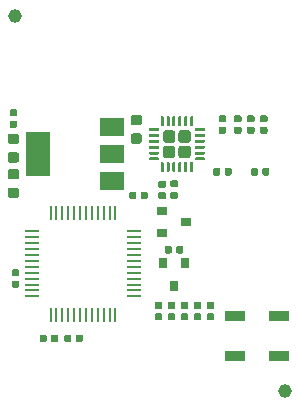
<source format=gtp>
G04 #@! TF.GenerationSoftware,KiCad,Pcbnew,5.0.2+dfsg1-1*
G04 #@! TF.CreationDate,2021-01-20T13:30:11+01:00*
G04 #@! TF.ProjectId,edgedriver,65646765-6472-4697-9665-722e6b696361,rev?*
G04 #@! TF.SameCoordinates,Original*
G04 #@! TF.FileFunction,Paste,Top*
G04 #@! TF.FilePolarity,Positive*
%FSLAX46Y46*%
G04 Gerber Fmt 4.6, Leading zero omitted, Abs format (unit mm)*
G04 Created by KiCad (PCBNEW 5.0.2+dfsg1-1) date Wed Jan 20 13:30:11 2021*
%MOMM*%
%LPD*%
G01*
G04 APERTURE LIST*
%ADD10R,0.250000X1.300000*%
%ADD11R,1.300000X0.250000*%
%ADD12C,0.100000*%
%ADD13C,0.590000*%
%ADD14R,1.700000X0.900000*%
%ADD15R,0.900000X0.800000*%
%ADD16C,1.152000*%
%ADD17R,0.800000X0.900000*%
%ADD18C,0.875000*%
%ADD19R,2.000000X3.800000*%
%ADD20R,2.000000X1.500000*%
%ADD21C,1.050000*%
%ADD22C,0.250000*%
G04 APERTURE END LIST*
D10*
G04 #@! TO.C,U2*
X-8450000Y6450000D03*
X-7950000Y6450000D03*
X-7450000Y6450000D03*
X-6950000Y6450000D03*
X-6450000Y6450000D03*
X-5950000Y6450000D03*
X-5450000Y6450000D03*
X-4950000Y6450000D03*
X-4450000Y6450000D03*
X-3950000Y6450000D03*
X-3450000Y6450000D03*
X-2950000Y6450000D03*
D11*
X-1350000Y8050000D03*
X-1350000Y8550000D03*
X-1350000Y9050000D03*
X-1350000Y9550000D03*
X-1350000Y10050000D03*
X-1350000Y10550000D03*
X-1350000Y11050000D03*
X-1350000Y11550000D03*
X-1350000Y12050000D03*
X-1350000Y12550000D03*
X-1350000Y13050000D03*
X-1350000Y13550000D03*
D10*
X-2950000Y15150000D03*
X-3450000Y15150000D03*
X-3950000Y15150000D03*
X-4450000Y15150000D03*
X-4950000Y15150000D03*
X-5450000Y15150000D03*
X-5950000Y15150000D03*
X-6450000Y15150000D03*
X-6950000Y15150000D03*
X-7450000Y15150000D03*
X-7950000Y15150000D03*
X-8450000Y15150000D03*
D11*
X-10050000Y13550000D03*
X-10050000Y13050000D03*
X-10050000Y12550000D03*
X-10050000Y12050000D03*
X-10050000Y11550000D03*
X-10050000Y11050000D03*
X-10050000Y10550000D03*
X-10050000Y10050000D03*
X-10050000Y9550000D03*
X-10050000Y9050000D03*
X-10050000Y8550000D03*
X-10050000Y8050000D03*
G04 #@! TD*
D12*
G04 #@! TO.C,R6*
G36*
X-5853042Y4819290D02*
X-5838724Y4817166D01*
X-5824683Y4813649D01*
X-5811054Y4808772D01*
X-5797969Y4802583D01*
X-5785553Y4795142D01*
X-5773927Y4786519D01*
X-5763202Y4776798D01*
X-5753481Y4766073D01*
X-5744858Y4754447D01*
X-5737417Y4742031D01*
X-5731228Y4728946D01*
X-5726351Y4715317D01*
X-5722834Y4701276D01*
X-5720710Y4686958D01*
X-5720000Y4672500D01*
X-5720000Y4327500D01*
X-5720710Y4313042D01*
X-5722834Y4298724D01*
X-5726351Y4284683D01*
X-5731228Y4271054D01*
X-5737417Y4257969D01*
X-5744858Y4245553D01*
X-5753481Y4233927D01*
X-5763202Y4223202D01*
X-5773927Y4213481D01*
X-5785553Y4204858D01*
X-5797969Y4197417D01*
X-5811054Y4191228D01*
X-5824683Y4186351D01*
X-5838724Y4182834D01*
X-5853042Y4180710D01*
X-5867500Y4180000D01*
X-6162500Y4180000D01*
X-6176958Y4180710D01*
X-6191276Y4182834D01*
X-6205317Y4186351D01*
X-6218946Y4191228D01*
X-6232031Y4197417D01*
X-6244447Y4204858D01*
X-6256073Y4213481D01*
X-6266798Y4223202D01*
X-6276519Y4233927D01*
X-6285142Y4245553D01*
X-6292583Y4257969D01*
X-6298772Y4271054D01*
X-6303649Y4284683D01*
X-6307166Y4298724D01*
X-6309290Y4313042D01*
X-6310000Y4327500D01*
X-6310000Y4672500D01*
X-6309290Y4686958D01*
X-6307166Y4701276D01*
X-6303649Y4715317D01*
X-6298772Y4728946D01*
X-6292583Y4742031D01*
X-6285142Y4754447D01*
X-6276519Y4766073D01*
X-6266798Y4776798D01*
X-6256073Y4786519D01*
X-6244447Y4795142D01*
X-6232031Y4802583D01*
X-6218946Y4808772D01*
X-6205317Y4813649D01*
X-6191276Y4817166D01*
X-6176958Y4819290D01*
X-6162500Y4820000D01*
X-5867500Y4820000D01*
X-5853042Y4819290D01*
X-5853042Y4819290D01*
G37*
D13*
X-6015000Y4500000D03*
D12*
G36*
X-6823042Y4819290D02*
X-6808724Y4817166D01*
X-6794683Y4813649D01*
X-6781054Y4808772D01*
X-6767969Y4802583D01*
X-6755553Y4795142D01*
X-6743927Y4786519D01*
X-6733202Y4776798D01*
X-6723481Y4766073D01*
X-6714858Y4754447D01*
X-6707417Y4742031D01*
X-6701228Y4728946D01*
X-6696351Y4715317D01*
X-6692834Y4701276D01*
X-6690710Y4686958D01*
X-6690000Y4672500D01*
X-6690000Y4327500D01*
X-6690710Y4313042D01*
X-6692834Y4298724D01*
X-6696351Y4284683D01*
X-6701228Y4271054D01*
X-6707417Y4257969D01*
X-6714858Y4245553D01*
X-6723481Y4233927D01*
X-6733202Y4223202D01*
X-6743927Y4213481D01*
X-6755553Y4204858D01*
X-6767969Y4197417D01*
X-6781054Y4191228D01*
X-6794683Y4186351D01*
X-6808724Y4182834D01*
X-6823042Y4180710D01*
X-6837500Y4180000D01*
X-7132500Y4180000D01*
X-7146958Y4180710D01*
X-7161276Y4182834D01*
X-7175317Y4186351D01*
X-7188946Y4191228D01*
X-7202031Y4197417D01*
X-7214447Y4204858D01*
X-7226073Y4213481D01*
X-7236798Y4223202D01*
X-7246519Y4233927D01*
X-7255142Y4245553D01*
X-7262583Y4257969D01*
X-7268772Y4271054D01*
X-7273649Y4284683D01*
X-7277166Y4298724D01*
X-7279290Y4313042D01*
X-7280000Y4327500D01*
X-7280000Y4672500D01*
X-7279290Y4686958D01*
X-7277166Y4701276D01*
X-7273649Y4715317D01*
X-7268772Y4728946D01*
X-7262583Y4742031D01*
X-7255142Y4754447D01*
X-7246519Y4766073D01*
X-7236798Y4776798D01*
X-7226073Y4786519D01*
X-7214447Y4795142D01*
X-7202031Y4802583D01*
X-7188946Y4808772D01*
X-7175317Y4813649D01*
X-7161276Y4817166D01*
X-7146958Y4819290D01*
X-7132500Y4820000D01*
X-6837500Y4820000D01*
X-6823042Y4819290D01*
X-6823042Y4819290D01*
G37*
D13*
X-6985000Y4500000D03*
G04 #@! TD*
D12*
G04 #@! TO.C,C8*
G36*
X-7953042Y4819290D02*
X-7938724Y4817166D01*
X-7924683Y4813649D01*
X-7911054Y4808772D01*
X-7897969Y4802583D01*
X-7885553Y4795142D01*
X-7873927Y4786519D01*
X-7863202Y4776798D01*
X-7853481Y4766073D01*
X-7844858Y4754447D01*
X-7837417Y4742031D01*
X-7831228Y4728946D01*
X-7826351Y4715317D01*
X-7822834Y4701276D01*
X-7820710Y4686958D01*
X-7820000Y4672500D01*
X-7820000Y4327500D01*
X-7820710Y4313042D01*
X-7822834Y4298724D01*
X-7826351Y4284683D01*
X-7831228Y4271054D01*
X-7837417Y4257969D01*
X-7844858Y4245553D01*
X-7853481Y4233927D01*
X-7863202Y4223202D01*
X-7873927Y4213481D01*
X-7885553Y4204858D01*
X-7897969Y4197417D01*
X-7911054Y4191228D01*
X-7924683Y4186351D01*
X-7938724Y4182834D01*
X-7953042Y4180710D01*
X-7967500Y4180000D01*
X-8262500Y4180000D01*
X-8276958Y4180710D01*
X-8291276Y4182834D01*
X-8305317Y4186351D01*
X-8318946Y4191228D01*
X-8332031Y4197417D01*
X-8344447Y4204858D01*
X-8356073Y4213481D01*
X-8366798Y4223202D01*
X-8376519Y4233927D01*
X-8385142Y4245553D01*
X-8392583Y4257969D01*
X-8398772Y4271054D01*
X-8403649Y4284683D01*
X-8407166Y4298724D01*
X-8409290Y4313042D01*
X-8410000Y4327500D01*
X-8410000Y4672500D01*
X-8409290Y4686958D01*
X-8407166Y4701276D01*
X-8403649Y4715317D01*
X-8398772Y4728946D01*
X-8392583Y4742031D01*
X-8385142Y4754447D01*
X-8376519Y4766073D01*
X-8366798Y4776798D01*
X-8356073Y4786519D01*
X-8344447Y4795142D01*
X-8332031Y4802583D01*
X-8318946Y4808772D01*
X-8305317Y4813649D01*
X-8291276Y4817166D01*
X-8276958Y4819290D01*
X-8262500Y4820000D01*
X-7967500Y4820000D01*
X-7953042Y4819290D01*
X-7953042Y4819290D01*
G37*
D13*
X-8115000Y4500000D03*
D12*
G36*
X-8923042Y4819290D02*
X-8908724Y4817166D01*
X-8894683Y4813649D01*
X-8881054Y4808772D01*
X-8867969Y4802583D01*
X-8855553Y4795142D01*
X-8843927Y4786519D01*
X-8833202Y4776798D01*
X-8823481Y4766073D01*
X-8814858Y4754447D01*
X-8807417Y4742031D01*
X-8801228Y4728946D01*
X-8796351Y4715317D01*
X-8792834Y4701276D01*
X-8790710Y4686958D01*
X-8790000Y4672500D01*
X-8790000Y4327500D01*
X-8790710Y4313042D01*
X-8792834Y4298724D01*
X-8796351Y4284683D01*
X-8801228Y4271054D01*
X-8807417Y4257969D01*
X-8814858Y4245553D01*
X-8823481Y4233927D01*
X-8833202Y4223202D01*
X-8843927Y4213481D01*
X-8855553Y4204858D01*
X-8867969Y4197417D01*
X-8881054Y4191228D01*
X-8894683Y4186351D01*
X-8908724Y4182834D01*
X-8923042Y4180710D01*
X-8937500Y4180000D01*
X-9232500Y4180000D01*
X-9246958Y4180710D01*
X-9261276Y4182834D01*
X-9275317Y4186351D01*
X-9288946Y4191228D01*
X-9302031Y4197417D01*
X-9314447Y4204858D01*
X-9326073Y4213481D01*
X-9336798Y4223202D01*
X-9346519Y4233927D01*
X-9355142Y4245553D01*
X-9362583Y4257969D01*
X-9368772Y4271054D01*
X-9373649Y4284683D01*
X-9377166Y4298724D01*
X-9379290Y4313042D01*
X-9380000Y4327500D01*
X-9380000Y4672500D01*
X-9379290Y4686958D01*
X-9377166Y4701276D01*
X-9373649Y4715317D01*
X-9368772Y4728946D01*
X-9362583Y4742031D01*
X-9355142Y4754447D01*
X-9346519Y4766073D01*
X-9336798Y4776798D01*
X-9326073Y4786519D01*
X-9314447Y4795142D01*
X-9302031Y4802583D01*
X-9288946Y4808772D01*
X-9275317Y4813649D01*
X-9261276Y4817166D01*
X-9246958Y4819290D01*
X-9232500Y4820000D01*
X-8937500Y4820000D01*
X-8923042Y4819290D01*
X-8923042Y4819290D01*
G37*
D13*
X-9085000Y4500000D03*
G04 #@! TD*
D12*
G04 #@! TO.C,R7*
G36*
X-11223042Y9379290D02*
X-11208724Y9377166D01*
X-11194683Y9373649D01*
X-11181054Y9368772D01*
X-11167969Y9362583D01*
X-11155553Y9355142D01*
X-11143927Y9346519D01*
X-11133202Y9336798D01*
X-11123481Y9326073D01*
X-11114858Y9314447D01*
X-11107417Y9302031D01*
X-11101228Y9288946D01*
X-11096351Y9275317D01*
X-11092834Y9261276D01*
X-11090710Y9246958D01*
X-11090000Y9232500D01*
X-11090000Y8937500D01*
X-11090710Y8923042D01*
X-11092834Y8908724D01*
X-11096351Y8894683D01*
X-11101228Y8881054D01*
X-11107417Y8867969D01*
X-11114858Y8855553D01*
X-11123481Y8843927D01*
X-11133202Y8833202D01*
X-11143927Y8823481D01*
X-11155553Y8814858D01*
X-11167969Y8807417D01*
X-11181054Y8801228D01*
X-11194683Y8796351D01*
X-11208724Y8792834D01*
X-11223042Y8790710D01*
X-11237500Y8790000D01*
X-11582500Y8790000D01*
X-11596958Y8790710D01*
X-11611276Y8792834D01*
X-11625317Y8796351D01*
X-11638946Y8801228D01*
X-11652031Y8807417D01*
X-11664447Y8814858D01*
X-11676073Y8823481D01*
X-11686798Y8833202D01*
X-11696519Y8843927D01*
X-11705142Y8855553D01*
X-11712583Y8867969D01*
X-11718772Y8881054D01*
X-11723649Y8894683D01*
X-11727166Y8908724D01*
X-11729290Y8923042D01*
X-11730000Y8937500D01*
X-11730000Y9232500D01*
X-11729290Y9246958D01*
X-11727166Y9261276D01*
X-11723649Y9275317D01*
X-11718772Y9288946D01*
X-11712583Y9302031D01*
X-11705142Y9314447D01*
X-11696519Y9326073D01*
X-11686798Y9336798D01*
X-11676073Y9346519D01*
X-11664447Y9355142D01*
X-11652031Y9362583D01*
X-11638946Y9368772D01*
X-11625317Y9373649D01*
X-11611276Y9377166D01*
X-11596958Y9379290D01*
X-11582500Y9380000D01*
X-11237500Y9380000D01*
X-11223042Y9379290D01*
X-11223042Y9379290D01*
G37*
D13*
X-11410000Y9085000D03*
D12*
G36*
X-11223042Y10349290D02*
X-11208724Y10347166D01*
X-11194683Y10343649D01*
X-11181054Y10338772D01*
X-11167969Y10332583D01*
X-11155553Y10325142D01*
X-11143927Y10316519D01*
X-11133202Y10306798D01*
X-11123481Y10296073D01*
X-11114858Y10284447D01*
X-11107417Y10272031D01*
X-11101228Y10258946D01*
X-11096351Y10245317D01*
X-11092834Y10231276D01*
X-11090710Y10216958D01*
X-11090000Y10202500D01*
X-11090000Y9907500D01*
X-11090710Y9893042D01*
X-11092834Y9878724D01*
X-11096351Y9864683D01*
X-11101228Y9851054D01*
X-11107417Y9837969D01*
X-11114858Y9825553D01*
X-11123481Y9813927D01*
X-11133202Y9803202D01*
X-11143927Y9793481D01*
X-11155553Y9784858D01*
X-11167969Y9777417D01*
X-11181054Y9771228D01*
X-11194683Y9766351D01*
X-11208724Y9762834D01*
X-11223042Y9760710D01*
X-11237500Y9760000D01*
X-11582500Y9760000D01*
X-11596958Y9760710D01*
X-11611276Y9762834D01*
X-11625317Y9766351D01*
X-11638946Y9771228D01*
X-11652031Y9777417D01*
X-11664447Y9784858D01*
X-11676073Y9793481D01*
X-11686798Y9803202D01*
X-11696519Y9813927D01*
X-11705142Y9825553D01*
X-11712583Y9837969D01*
X-11718772Y9851054D01*
X-11723649Y9864683D01*
X-11727166Y9878724D01*
X-11729290Y9893042D01*
X-11730000Y9907500D01*
X-11730000Y10202500D01*
X-11729290Y10216958D01*
X-11727166Y10231276D01*
X-11723649Y10245317D01*
X-11718772Y10258946D01*
X-11712583Y10272031D01*
X-11705142Y10284447D01*
X-11696519Y10296073D01*
X-11686798Y10306798D01*
X-11676073Y10316519D01*
X-11664447Y10325142D01*
X-11652031Y10332583D01*
X-11638946Y10338772D01*
X-11625317Y10343649D01*
X-11611276Y10347166D01*
X-11596958Y10349290D01*
X-11582500Y10350000D01*
X-11237500Y10350000D01*
X-11223042Y10349290D01*
X-11223042Y10349290D01*
G37*
D13*
X-11410000Y10055000D03*
G04 #@! TD*
D14*
G04 #@! TO.C,SW1*
X7200000Y3000000D03*
X7200000Y6400000D03*
G04 #@! TD*
G04 #@! TO.C,SW2*
X10900000Y6400000D03*
X10900000Y3000000D03*
G04 #@! TD*
D15*
G04 #@! TO.C,Q2*
X990000Y15290000D03*
X990000Y13390000D03*
X2990000Y14340000D03*
G04 #@! TD*
D16*
G04 #@! TO.C,REF\002A\002A*
X11430000Y0D03*
G04 #@! TD*
D17*
G04 #@! TO.C,Q1*
X2000000Y8900000D03*
X1050000Y10900000D03*
X2950000Y10900000D03*
G04 #@! TD*
D12*
G04 #@! TO.C,C9*
G36*
X-11322309Y17248947D02*
X-11301074Y17245797D01*
X-11280250Y17240581D01*
X-11260038Y17233349D01*
X-11240632Y17224170D01*
X-11222219Y17213134D01*
X-11204976Y17200346D01*
X-11189070Y17185930D01*
X-11174654Y17170024D01*
X-11161866Y17152781D01*
X-11150830Y17134368D01*
X-11141651Y17114962D01*
X-11134419Y17094750D01*
X-11129203Y17073926D01*
X-11126053Y17052691D01*
X-11125000Y17031250D01*
X-11125000Y16593750D01*
X-11126053Y16572309D01*
X-11129203Y16551074D01*
X-11134419Y16530250D01*
X-11141651Y16510038D01*
X-11150830Y16490632D01*
X-11161866Y16472219D01*
X-11174654Y16454976D01*
X-11189070Y16439070D01*
X-11204976Y16424654D01*
X-11222219Y16411866D01*
X-11240632Y16400830D01*
X-11260038Y16391651D01*
X-11280250Y16384419D01*
X-11301074Y16379203D01*
X-11322309Y16376053D01*
X-11343750Y16375000D01*
X-11856250Y16375000D01*
X-11877691Y16376053D01*
X-11898926Y16379203D01*
X-11919750Y16384419D01*
X-11939962Y16391651D01*
X-11959368Y16400830D01*
X-11977781Y16411866D01*
X-11995024Y16424654D01*
X-12010930Y16439070D01*
X-12025346Y16454976D01*
X-12038134Y16472219D01*
X-12049170Y16490632D01*
X-12058349Y16510038D01*
X-12065581Y16530250D01*
X-12070797Y16551074D01*
X-12073947Y16572309D01*
X-12075000Y16593750D01*
X-12075000Y17031250D01*
X-12073947Y17052691D01*
X-12070797Y17073926D01*
X-12065581Y17094750D01*
X-12058349Y17114962D01*
X-12049170Y17134368D01*
X-12038134Y17152781D01*
X-12025346Y17170024D01*
X-12010930Y17185930D01*
X-11995024Y17200346D01*
X-11977781Y17213134D01*
X-11959368Y17224170D01*
X-11939962Y17233349D01*
X-11919750Y17240581D01*
X-11898926Y17245797D01*
X-11877691Y17248947D01*
X-11856250Y17250000D01*
X-11343750Y17250000D01*
X-11322309Y17248947D01*
X-11322309Y17248947D01*
G37*
D18*
X-11600000Y16812500D03*
D12*
G36*
X-11322309Y18823947D02*
X-11301074Y18820797D01*
X-11280250Y18815581D01*
X-11260038Y18808349D01*
X-11240632Y18799170D01*
X-11222219Y18788134D01*
X-11204976Y18775346D01*
X-11189070Y18760930D01*
X-11174654Y18745024D01*
X-11161866Y18727781D01*
X-11150830Y18709368D01*
X-11141651Y18689962D01*
X-11134419Y18669750D01*
X-11129203Y18648926D01*
X-11126053Y18627691D01*
X-11125000Y18606250D01*
X-11125000Y18168750D01*
X-11126053Y18147309D01*
X-11129203Y18126074D01*
X-11134419Y18105250D01*
X-11141651Y18085038D01*
X-11150830Y18065632D01*
X-11161866Y18047219D01*
X-11174654Y18029976D01*
X-11189070Y18014070D01*
X-11204976Y17999654D01*
X-11222219Y17986866D01*
X-11240632Y17975830D01*
X-11260038Y17966651D01*
X-11280250Y17959419D01*
X-11301074Y17954203D01*
X-11322309Y17951053D01*
X-11343750Y17950000D01*
X-11856250Y17950000D01*
X-11877691Y17951053D01*
X-11898926Y17954203D01*
X-11919750Y17959419D01*
X-11939962Y17966651D01*
X-11959368Y17975830D01*
X-11977781Y17986866D01*
X-11995024Y17999654D01*
X-12010930Y18014070D01*
X-12025346Y18029976D01*
X-12038134Y18047219D01*
X-12049170Y18065632D01*
X-12058349Y18085038D01*
X-12065581Y18105250D01*
X-12070797Y18126074D01*
X-12073947Y18147309D01*
X-12075000Y18168750D01*
X-12075000Y18606250D01*
X-12073947Y18627691D01*
X-12070797Y18648926D01*
X-12065581Y18669750D01*
X-12058349Y18689962D01*
X-12049170Y18709368D01*
X-12038134Y18727781D01*
X-12025346Y18745024D01*
X-12010930Y18760930D01*
X-11995024Y18775346D01*
X-11977781Y18788134D01*
X-11959368Y18799170D01*
X-11939962Y18808349D01*
X-11919750Y18815581D01*
X-11898926Y18820797D01*
X-11877691Y18823947D01*
X-11856250Y18825000D01*
X-11343750Y18825000D01*
X-11322309Y18823947D01*
X-11322309Y18823947D01*
G37*
D18*
X-11600000Y18387500D03*
G04 #@! TD*
D12*
G04 #@! TO.C,C2*
G36*
X-922309Y23423947D02*
X-901074Y23420797D01*
X-880250Y23415581D01*
X-860038Y23408349D01*
X-840632Y23399170D01*
X-822219Y23388134D01*
X-804976Y23375346D01*
X-789070Y23360930D01*
X-774654Y23345024D01*
X-761866Y23327781D01*
X-750830Y23309368D01*
X-741651Y23289962D01*
X-734419Y23269750D01*
X-729203Y23248926D01*
X-726053Y23227691D01*
X-725000Y23206250D01*
X-725000Y22768750D01*
X-726053Y22747309D01*
X-729203Y22726074D01*
X-734419Y22705250D01*
X-741651Y22685038D01*
X-750830Y22665632D01*
X-761866Y22647219D01*
X-774654Y22629976D01*
X-789070Y22614070D01*
X-804976Y22599654D01*
X-822219Y22586866D01*
X-840632Y22575830D01*
X-860038Y22566651D01*
X-880250Y22559419D01*
X-901074Y22554203D01*
X-922309Y22551053D01*
X-943750Y22550000D01*
X-1456250Y22550000D01*
X-1477691Y22551053D01*
X-1498926Y22554203D01*
X-1519750Y22559419D01*
X-1539962Y22566651D01*
X-1559368Y22575830D01*
X-1577781Y22586866D01*
X-1595024Y22599654D01*
X-1610930Y22614070D01*
X-1625346Y22629976D01*
X-1638134Y22647219D01*
X-1649170Y22665632D01*
X-1658349Y22685038D01*
X-1665581Y22705250D01*
X-1670797Y22726074D01*
X-1673947Y22747309D01*
X-1675000Y22768750D01*
X-1675000Y23206250D01*
X-1673947Y23227691D01*
X-1670797Y23248926D01*
X-1665581Y23269750D01*
X-1658349Y23289962D01*
X-1649170Y23309368D01*
X-1638134Y23327781D01*
X-1625346Y23345024D01*
X-1610930Y23360930D01*
X-1595024Y23375346D01*
X-1577781Y23388134D01*
X-1559368Y23399170D01*
X-1539962Y23408349D01*
X-1519750Y23415581D01*
X-1498926Y23420797D01*
X-1477691Y23423947D01*
X-1456250Y23425000D01*
X-943750Y23425000D01*
X-922309Y23423947D01*
X-922309Y23423947D01*
G37*
D18*
X-1200000Y22987500D03*
D12*
G36*
X-922309Y21848947D02*
X-901074Y21845797D01*
X-880250Y21840581D01*
X-860038Y21833349D01*
X-840632Y21824170D01*
X-822219Y21813134D01*
X-804976Y21800346D01*
X-789070Y21785930D01*
X-774654Y21770024D01*
X-761866Y21752781D01*
X-750830Y21734368D01*
X-741651Y21714962D01*
X-734419Y21694750D01*
X-729203Y21673926D01*
X-726053Y21652691D01*
X-725000Y21631250D01*
X-725000Y21193750D01*
X-726053Y21172309D01*
X-729203Y21151074D01*
X-734419Y21130250D01*
X-741651Y21110038D01*
X-750830Y21090632D01*
X-761866Y21072219D01*
X-774654Y21054976D01*
X-789070Y21039070D01*
X-804976Y21024654D01*
X-822219Y21011866D01*
X-840632Y21000830D01*
X-860038Y20991651D01*
X-880250Y20984419D01*
X-901074Y20979203D01*
X-922309Y20976053D01*
X-943750Y20975000D01*
X-1456250Y20975000D01*
X-1477691Y20976053D01*
X-1498926Y20979203D01*
X-1519750Y20984419D01*
X-1539962Y20991651D01*
X-1559368Y21000830D01*
X-1577781Y21011866D01*
X-1595024Y21024654D01*
X-1610930Y21039070D01*
X-1625346Y21054976D01*
X-1638134Y21072219D01*
X-1649170Y21090632D01*
X-1658349Y21110038D01*
X-1665581Y21130250D01*
X-1670797Y21151074D01*
X-1673947Y21172309D01*
X-1675000Y21193750D01*
X-1675000Y21631250D01*
X-1673947Y21652691D01*
X-1670797Y21673926D01*
X-1665581Y21694750D01*
X-1658349Y21714962D01*
X-1649170Y21734368D01*
X-1638134Y21752781D01*
X-1625346Y21770024D01*
X-1610930Y21785930D01*
X-1595024Y21800346D01*
X-1577781Y21813134D01*
X-1559368Y21824170D01*
X-1539962Y21833349D01*
X-1519750Y21840581D01*
X-1498926Y21845797D01*
X-1477691Y21848947D01*
X-1456250Y21850000D01*
X-943750Y21850000D01*
X-922309Y21848947D01*
X-922309Y21848947D01*
G37*
D18*
X-1200000Y21412500D03*
G04 #@! TD*
D12*
G04 #@! TO.C,C4*
G36*
X-11322309Y21823947D02*
X-11301074Y21820797D01*
X-11280250Y21815581D01*
X-11260038Y21808349D01*
X-11240632Y21799170D01*
X-11222219Y21788134D01*
X-11204976Y21775346D01*
X-11189070Y21760930D01*
X-11174654Y21745024D01*
X-11161866Y21727781D01*
X-11150830Y21709368D01*
X-11141651Y21689962D01*
X-11134419Y21669750D01*
X-11129203Y21648926D01*
X-11126053Y21627691D01*
X-11125000Y21606250D01*
X-11125000Y21168750D01*
X-11126053Y21147309D01*
X-11129203Y21126074D01*
X-11134419Y21105250D01*
X-11141651Y21085038D01*
X-11150830Y21065632D01*
X-11161866Y21047219D01*
X-11174654Y21029976D01*
X-11189070Y21014070D01*
X-11204976Y20999654D01*
X-11222219Y20986866D01*
X-11240632Y20975830D01*
X-11260038Y20966651D01*
X-11280250Y20959419D01*
X-11301074Y20954203D01*
X-11322309Y20951053D01*
X-11343750Y20950000D01*
X-11856250Y20950000D01*
X-11877691Y20951053D01*
X-11898926Y20954203D01*
X-11919750Y20959419D01*
X-11939962Y20966651D01*
X-11959368Y20975830D01*
X-11977781Y20986866D01*
X-11995024Y20999654D01*
X-12010930Y21014070D01*
X-12025346Y21029976D01*
X-12038134Y21047219D01*
X-12049170Y21065632D01*
X-12058349Y21085038D01*
X-12065581Y21105250D01*
X-12070797Y21126074D01*
X-12073947Y21147309D01*
X-12075000Y21168750D01*
X-12075000Y21606250D01*
X-12073947Y21627691D01*
X-12070797Y21648926D01*
X-12065581Y21669750D01*
X-12058349Y21689962D01*
X-12049170Y21709368D01*
X-12038134Y21727781D01*
X-12025346Y21745024D01*
X-12010930Y21760930D01*
X-11995024Y21775346D01*
X-11977781Y21788134D01*
X-11959368Y21799170D01*
X-11939962Y21808349D01*
X-11919750Y21815581D01*
X-11898926Y21820797D01*
X-11877691Y21823947D01*
X-11856250Y21825000D01*
X-11343750Y21825000D01*
X-11322309Y21823947D01*
X-11322309Y21823947D01*
G37*
D18*
X-11600000Y21387500D03*
D12*
G36*
X-11322309Y20248947D02*
X-11301074Y20245797D01*
X-11280250Y20240581D01*
X-11260038Y20233349D01*
X-11240632Y20224170D01*
X-11222219Y20213134D01*
X-11204976Y20200346D01*
X-11189070Y20185930D01*
X-11174654Y20170024D01*
X-11161866Y20152781D01*
X-11150830Y20134368D01*
X-11141651Y20114962D01*
X-11134419Y20094750D01*
X-11129203Y20073926D01*
X-11126053Y20052691D01*
X-11125000Y20031250D01*
X-11125000Y19593750D01*
X-11126053Y19572309D01*
X-11129203Y19551074D01*
X-11134419Y19530250D01*
X-11141651Y19510038D01*
X-11150830Y19490632D01*
X-11161866Y19472219D01*
X-11174654Y19454976D01*
X-11189070Y19439070D01*
X-11204976Y19424654D01*
X-11222219Y19411866D01*
X-11240632Y19400830D01*
X-11260038Y19391651D01*
X-11280250Y19384419D01*
X-11301074Y19379203D01*
X-11322309Y19376053D01*
X-11343750Y19375000D01*
X-11856250Y19375000D01*
X-11877691Y19376053D01*
X-11898926Y19379203D01*
X-11919750Y19384419D01*
X-11939962Y19391651D01*
X-11959368Y19400830D01*
X-11977781Y19411866D01*
X-11995024Y19424654D01*
X-12010930Y19439070D01*
X-12025346Y19454976D01*
X-12038134Y19472219D01*
X-12049170Y19490632D01*
X-12058349Y19510038D01*
X-12065581Y19530250D01*
X-12070797Y19551074D01*
X-12073947Y19572309D01*
X-12075000Y19593750D01*
X-12075000Y20031250D01*
X-12073947Y20052691D01*
X-12070797Y20073926D01*
X-12065581Y20094750D01*
X-12058349Y20114962D01*
X-12049170Y20134368D01*
X-12038134Y20152781D01*
X-12025346Y20170024D01*
X-12010930Y20185930D01*
X-11995024Y20200346D01*
X-11977781Y20213134D01*
X-11959368Y20224170D01*
X-11939962Y20233349D01*
X-11919750Y20240581D01*
X-11898926Y20245797D01*
X-11877691Y20248947D01*
X-11856250Y20250000D01*
X-11343750Y20250000D01*
X-11322309Y20248947D01*
X-11322309Y20248947D01*
G37*
D18*
X-11600000Y19812500D03*
G04 #@! TD*
D19*
G04 #@! TO.C,U3*
X-9550000Y20100000D03*
D20*
X-3250000Y20100000D03*
X-3250000Y22400000D03*
X-3250000Y17800000D03*
G04 #@! TD*
D12*
G04 #@! TO.C,U4*
G36*
X3199505Y20811296D02*
X3223773Y20807696D01*
X3247572Y20801735D01*
X3270671Y20793470D01*
X3292850Y20782980D01*
X3313893Y20770368D01*
X3333599Y20755753D01*
X3351777Y20739277D01*
X3368253Y20721099D01*
X3382868Y20701393D01*
X3395480Y20680350D01*
X3405970Y20658171D01*
X3414235Y20635072D01*
X3420196Y20611273D01*
X3423796Y20587005D01*
X3425000Y20562501D01*
X3425000Y20012499D01*
X3423796Y19987995D01*
X3420196Y19963727D01*
X3414235Y19939928D01*
X3405970Y19916829D01*
X3395480Y19894650D01*
X3382868Y19873607D01*
X3368253Y19853901D01*
X3351777Y19835723D01*
X3333599Y19819247D01*
X3313893Y19804632D01*
X3292850Y19792020D01*
X3270671Y19781530D01*
X3247572Y19773265D01*
X3223773Y19767304D01*
X3199505Y19763704D01*
X3175001Y19762500D01*
X2624999Y19762500D01*
X2600495Y19763704D01*
X2576227Y19767304D01*
X2552428Y19773265D01*
X2529329Y19781530D01*
X2507150Y19792020D01*
X2486107Y19804632D01*
X2466401Y19819247D01*
X2448223Y19835723D01*
X2431747Y19853901D01*
X2417132Y19873607D01*
X2404520Y19894650D01*
X2394030Y19916829D01*
X2385765Y19939928D01*
X2379804Y19963727D01*
X2376204Y19987995D01*
X2375000Y20012499D01*
X2375000Y20562501D01*
X2376204Y20587005D01*
X2379804Y20611273D01*
X2385765Y20635072D01*
X2394030Y20658171D01*
X2404520Y20680350D01*
X2417132Y20701393D01*
X2431747Y20721099D01*
X2448223Y20739277D01*
X2466401Y20755753D01*
X2486107Y20770368D01*
X2507150Y20782980D01*
X2529329Y20793470D01*
X2552428Y20801735D01*
X2576227Y20807696D01*
X2600495Y20811296D01*
X2624999Y20812500D01*
X3175001Y20812500D01*
X3199505Y20811296D01*
X3199505Y20811296D01*
G37*
D21*
X2900000Y20287500D03*
D12*
G36*
X3199505Y22111296D02*
X3223773Y22107696D01*
X3247572Y22101735D01*
X3270671Y22093470D01*
X3292850Y22082980D01*
X3313893Y22070368D01*
X3333599Y22055753D01*
X3351777Y22039277D01*
X3368253Y22021099D01*
X3382868Y22001393D01*
X3395480Y21980350D01*
X3405970Y21958171D01*
X3414235Y21935072D01*
X3420196Y21911273D01*
X3423796Y21887005D01*
X3425000Y21862501D01*
X3425000Y21312499D01*
X3423796Y21287995D01*
X3420196Y21263727D01*
X3414235Y21239928D01*
X3405970Y21216829D01*
X3395480Y21194650D01*
X3382868Y21173607D01*
X3368253Y21153901D01*
X3351777Y21135723D01*
X3333599Y21119247D01*
X3313893Y21104632D01*
X3292850Y21092020D01*
X3270671Y21081530D01*
X3247572Y21073265D01*
X3223773Y21067304D01*
X3199505Y21063704D01*
X3175001Y21062500D01*
X2624999Y21062500D01*
X2600495Y21063704D01*
X2576227Y21067304D01*
X2552428Y21073265D01*
X2529329Y21081530D01*
X2507150Y21092020D01*
X2486107Y21104632D01*
X2466401Y21119247D01*
X2448223Y21135723D01*
X2431747Y21153901D01*
X2417132Y21173607D01*
X2404520Y21194650D01*
X2394030Y21216829D01*
X2385765Y21239928D01*
X2379804Y21263727D01*
X2376204Y21287995D01*
X2375000Y21312499D01*
X2375000Y21862501D01*
X2376204Y21887005D01*
X2379804Y21911273D01*
X2385765Y21935072D01*
X2394030Y21958171D01*
X2404520Y21980350D01*
X2417132Y22001393D01*
X2431747Y22021099D01*
X2448223Y22039277D01*
X2466401Y22055753D01*
X2486107Y22070368D01*
X2507150Y22082980D01*
X2529329Y22093470D01*
X2552428Y22101735D01*
X2576227Y22107696D01*
X2600495Y22111296D01*
X2624999Y22112500D01*
X3175001Y22112500D01*
X3199505Y22111296D01*
X3199505Y22111296D01*
G37*
D21*
X2900000Y21587500D03*
D12*
G36*
X1899505Y20811296D02*
X1923773Y20807696D01*
X1947572Y20801735D01*
X1970671Y20793470D01*
X1992850Y20782980D01*
X2013893Y20770368D01*
X2033599Y20755753D01*
X2051777Y20739277D01*
X2068253Y20721099D01*
X2082868Y20701393D01*
X2095480Y20680350D01*
X2105970Y20658171D01*
X2114235Y20635072D01*
X2120196Y20611273D01*
X2123796Y20587005D01*
X2125000Y20562501D01*
X2125000Y20012499D01*
X2123796Y19987995D01*
X2120196Y19963727D01*
X2114235Y19939928D01*
X2105970Y19916829D01*
X2095480Y19894650D01*
X2082868Y19873607D01*
X2068253Y19853901D01*
X2051777Y19835723D01*
X2033599Y19819247D01*
X2013893Y19804632D01*
X1992850Y19792020D01*
X1970671Y19781530D01*
X1947572Y19773265D01*
X1923773Y19767304D01*
X1899505Y19763704D01*
X1875001Y19762500D01*
X1324999Y19762500D01*
X1300495Y19763704D01*
X1276227Y19767304D01*
X1252428Y19773265D01*
X1229329Y19781530D01*
X1207150Y19792020D01*
X1186107Y19804632D01*
X1166401Y19819247D01*
X1148223Y19835723D01*
X1131747Y19853901D01*
X1117132Y19873607D01*
X1104520Y19894650D01*
X1094030Y19916829D01*
X1085765Y19939928D01*
X1079804Y19963727D01*
X1076204Y19987995D01*
X1075000Y20012499D01*
X1075000Y20562501D01*
X1076204Y20587005D01*
X1079804Y20611273D01*
X1085765Y20635072D01*
X1094030Y20658171D01*
X1104520Y20680350D01*
X1117132Y20701393D01*
X1131747Y20721099D01*
X1148223Y20739277D01*
X1166401Y20755753D01*
X1186107Y20770368D01*
X1207150Y20782980D01*
X1229329Y20793470D01*
X1252428Y20801735D01*
X1276227Y20807696D01*
X1300495Y20811296D01*
X1324999Y20812500D01*
X1875001Y20812500D01*
X1899505Y20811296D01*
X1899505Y20811296D01*
G37*
D21*
X1600000Y20287500D03*
D12*
G36*
X1899505Y22111296D02*
X1923773Y22107696D01*
X1947572Y22101735D01*
X1970671Y22093470D01*
X1992850Y22082980D01*
X2013893Y22070368D01*
X2033599Y22055753D01*
X2051777Y22039277D01*
X2068253Y22021099D01*
X2082868Y22001393D01*
X2095480Y21980350D01*
X2105970Y21958171D01*
X2114235Y21935072D01*
X2120196Y21911273D01*
X2123796Y21887005D01*
X2125000Y21862501D01*
X2125000Y21312499D01*
X2123796Y21287995D01*
X2120196Y21263727D01*
X2114235Y21239928D01*
X2105970Y21216829D01*
X2095480Y21194650D01*
X2082868Y21173607D01*
X2068253Y21153901D01*
X2051777Y21135723D01*
X2033599Y21119247D01*
X2013893Y21104632D01*
X1992850Y21092020D01*
X1970671Y21081530D01*
X1947572Y21073265D01*
X1923773Y21067304D01*
X1899505Y21063704D01*
X1875001Y21062500D01*
X1324999Y21062500D01*
X1300495Y21063704D01*
X1276227Y21067304D01*
X1252428Y21073265D01*
X1229329Y21081530D01*
X1207150Y21092020D01*
X1186107Y21104632D01*
X1166401Y21119247D01*
X1148223Y21135723D01*
X1131747Y21153901D01*
X1117132Y21173607D01*
X1104520Y21194650D01*
X1094030Y21216829D01*
X1085765Y21239928D01*
X1079804Y21263727D01*
X1076204Y21287995D01*
X1075000Y21312499D01*
X1075000Y21862501D01*
X1076204Y21887005D01*
X1079804Y21911273D01*
X1085765Y21935072D01*
X1094030Y21958171D01*
X1104520Y21980350D01*
X1117132Y22001393D01*
X1131747Y22021099D01*
X1148223Y22039277D01*
X1166401Y22055753D01*
X1186107Y22070368D01*
X1207150Y22082980D01*
X1229329Y22093470D01*
X1252428Y22101735D01*
X1276227Y22107696D01*
X1300495Y22111296D01*
X1324999Y22112500D01*
X1875001Y22112500D01*
X1899505Y22111296D01*
X1899505Y22111296D01*
G37*
D21*
X1600000Y21587500D03*
D12*
G36*
X4543626Y19812199D02*
X4549693Y19811299D01*
X4555643Y19809809D01*
X4561418Y19807742D01*
X4566962Y19805120D01*
X4572223Y19801967D01*
X4577150Y19798313D01*
X4581694Y19794194D01*
X4585813Y19789650D01*
X4589467Y19784723D01*
X4592620Y19779462D01*
X4595242Y19773918D01*
X4597309Y19768143D01*
X4598799Y19762193D01*
X4599699Y19756126D01*
X4600000Y19750000D01*
X4600000Y19625000D01*
X4599699Y19618874D01*
X4598799Y19612807D01*
X4597309Y19606857D01*
X4595242Y19601082D01*
X4592620Y19595538D01*
X4589467Y19590277D01*
X4585813Y19585350D01*
X4581694Y19580806D01*
X4577150Y19576687D01*
X4572223Y19573033D01*
X4566962Y19569880D01*
X4561418Y19567258D01*
X4555643Y19565191D01*
X4549693Y19563701D01*
X4543626Y19562801D01*
X4537500Y19562500D01*
X3837500Y19562500D01*
X3831374Y19562801D01*
X3825307Y19563701D01*
X3819357Y19565191D01*
X3813582Y19567258D01*
X3808038Y19569880D01*
X3802777Y19573033D01*
X3797850Y19576687D01*
X3793306Y19580806D01*
X3789187Y19585350D01*
X3785533Y19590277D01*
X3782380Y19595538D01*
X3779758Y19601082D01*
X3777691Y19606857D01*
X3776201Y19612807D01*
X3775301Y19618874D01*
X3775000Y19625000D01*
X3775000Y19750000D01*
X3775301Y19756126D01*
X3776201Y19762193D01*
X3777691Y19768143D01*
X3779758Y19773918D01*
X3782380Y19779462D01*
X3785533Y19784723D01*
X3789187Y19789650D01*
X3793306Y19794194D01*
X3797850Y19798313D01*
X3802777Y19801967D01*
X3808038Y19805120D01*
X3813582Y19807742D01*
X3819357Y19809809D01*
X3825307Y19811299D01*
X3831374Y19812199D01*
X3837500Y19812500D01*
X4537500Y19812500D01*
X4543626Y19812199D01*
X4543626Y19812199D01*
G37*
D22*
X4187500Y19687500D03*
D12*
G36*
X4543626Y20312199D02*
X4549693Y20311299D01*
X4555643Y20309809D01*
X4561418Y20307742D01*
X4566962Y20305120D01*
X4572223Y20301967D01*
X4577150Y20298313D01*
X4581694Y20294194D01*
X4585813Y20289650D01*
X4589467Y20284723D01*
X4592620Y20279462D01*
X4595242Y20273918D01*
X4597309Y20268143D01*
X4598799Y20262193D01*
X4599699Y20256126D01*
X4600000Y20250000D01*
X4600000Y20125000D01*
X4599699Y20118874D01*
X4598799Y20112807D01*
X4597309Y20106857D01*
X4595242Y20101082D01*
X4592620Y20095538D01*
X4589467Y20090277D01*
X4585813Y20085350D01*
X4581694Y20080806D01*
X4577150Y20076687D01*
X4572223Y20073033D01*
X4566962Y20069880D01*
X4561418Y20067258D01*
X4555643Y20065191D01*
X4549693Y20063701D01*
X4543626Y20062801D01*
X4537500Y20062500D01*
X3837500Y20062500D01*
X3831374Y20062801D01*
X3825307Y20063701D01*
X3819357Y20065191D01*
X3813582Y20067258D01*
X3808038Y20069880D01*
X3802777Y20073033D01*
X3797850Y20076687D01*
X3793306Y20080806D01*
X3789187Y20085350D01*
X3785533Y20090277D01*
X3782380Y20095538D01*
X3779758Y20101082D01*
X3777691Y20106857D01*
X3776201Y20112807D01*
X3775301Y20118874D01*
X3775000Y20125000D01*
X3775000Y20250000D01*
X3775301Y20256126D01*
X3776201Y20262193D01*
X3777691Y20268143D01*
X3779758Y20273918D01*
X3782380Y20279462D01*
X3785533Y20284723D01*
X3789187Y20289650D01*
X3793306Y20294194D01*
X3797850Y20298313D01*
X3802777Y20301967D01*
X3808038Y20305120D01*
X3813582Y20307742D01*
X3819357Y20309809D01*
X3825307Y20311299D01*
X3831374Y20312199D01*
X3837500Y20312500D01*
X4537500Y20312500D01*
X4543626Y20312199D01*
X4543626Y20312199D01*
G37*
D22*
X4187500Y20187500D03*
D12*
G36*
X4543626Y20812199D02*
X4549693Y20811299D01*
X4555643Y20809809D01*
X4561418Y20807742D01*
X4566962Y20805120D01*
X4572223Y20801967D01*
X4577150Y20798313D01*
X4581694Y20794194D01*
X4585813Y20789650D01*
X4589467Y20784723D01*
X4592620Y20779462D01*
X4595242Y20773918D01*
X4597309Y20768143D01*
X4598799Y20762193D01*
X4599699Y20756126D01*
X4600000Y20750000D01*
X4600000Y20625000D01*
X4599699Y20618874D01*
X4598799Y20612807D01*
X4597309Y20606857D01*
X4595242Y20601082D01*
X4592620Y20595538D01*
X4589467Y20590277D01*
X4585813Y20585350D01*
X4581694Y20580806D01*
X4577150Y20576687D01*
X4572223Y20573033D01*
X4566962Y20569880D01*
X4561418Y20567258D01*
X4555643Y20565191D01*
X4549693Y20563701D01*
X4543626Y20562801D01*
X4537500Y20562500D01*
X3837500Y20562500D01*
X3831374Y20562801D01*
X3825307Y20563701D01*
X3819357Y20565191D01*
X3813582Y20567258D01*
X3808038Y20569880D01*
X3802777Y20573033D01*
X3797850Y20576687D01*
X3793306Y20580806D01*
X3789187Y20585350D01*
X3785533Y20590277D01*
X3782380Y20595538D01*
X3779758Y20601082D01*
X3777691Y20606857D01*
X3776201Y20612807D01*
X3775301Y20618874D01*
X3775000Y20625000D01*
X3775000Y20750000D01*
X3775301Y20756126D01*
X3776201Y20762193D01*
X3777691Y20768143D01*
X3779758Y20773918D01*
X3782380Y20779462D01*
X3785533Y20784723D01*
X3789187Y20789650D01*
X3793306Y20794194D01*
X3797850Y20798313D01*
X3802777Y20801967D01*
X3808038Y20805120D01*
X3813582Y20807742D01*
X3819357Y20809809D01*
X3825307Y20811299D01*
X3831374Y20812199D01*
X3837500Y20812500D01*
X4537500Y20812500D01*
X4543626Y20812199D01*
X4543626Y20812199D01*
G37*
D22*
X4187500Y20687500D03*
D12*
G36*
X4543626Y21312199D02*
X4549693Y21311299D01*
X4555643Y21309809D01*
X4561418Y21307742D01*
X4566962Y21305120D01*
X4572223Y21301967D01*
X4577150Y21298313D01*
X4581694Y21294194D01*
X4585813Y21289650D01*
X4589467Y21284723D01*
X4592620Y21279462D01*
X4595242Y21273918D01*
X4597309Y21268143D01*
X4598799Y21262193D01*
X4599699Y21256126D01*
X4600000Y21250000D01*
X4600000Y21125000D01*
X4599699Y21118874D01*
X4598799Y21112807D01*
X4597309Y21106857D01*
X4595242Y21101082D01*
X4592620Y21095538D01*
X4589467Y21090277D01*
X4585813Y21085350D01*
X4581694Y21080806D01*
X4577150Y21076687D01*
X4572223Y21073033D01*
X4566962Y21069880D01*
X4561418Y21067258D01*
X4555643Y21065191D01*
X4549693Y21063701D01*
X4543626Y21062801D01*
X4537500Y21062500D01*
X3837500Y21062500D01*
X3831374Y21062801D01*
X3825307Y21063701D01*
X3819357Y21065191D01*
X3813582Y21067258D01*
X3808038Y21069880D01*
X3802777Y21073033D01*
X3797850Y21076687D01*
X3793306Y21080806D01*
X3789187Y21085350D01*
X3785533Y21090277D01*
X3782380Y21095538D01*
X3779758Y21101082D01*
X3777691Y21106857D01*
X3776201Y21112807D01*
X3775301Y21118874D01*
X3775000Y21125000D01*
X3775000Y21250000D01*
X3775301Y21256126D01*
X3776201Y21262193D01*
X3777691Y21268143D01*
X3779758Y21273918D01*
X3782380Y21279462D01*
X3785533Y21284723D01*
X3789187Y21289650D01*
X3793306Y21294194D01*
X3797850Y21298313D01*
X3802777Y21301967D01*
X3808038Y21305120D01*
X3813582Y21307742D01*
X3819357Y21309809D01*
X3825307Y21311299D01*
X3831374Y21312199D01*
X3837500Y21312500D01*
X4537500Y21312500D01*
X4543626Y21312199D01*
X4543626Y21312199D01*
G37*
D22*
X4187500Y21187500D03*
D12*
G36*
X4543626Y21812199D02*
X4549693Y21811299D01*
X4555643Y21809809D01*
X4561418Y21807742D01*
X4566962Y21805120D01*
X4572223Y21801967D01*
X4577150Y21798313D01*
X4581694Y21794194D01*
X4585813Y21789650D01*
X4589467Y21784723D01*
X4592620Y21779462D01*
X4595242Y21773918D01*
X4597309Y21768143D01*
X4598799Y21762193D01*
X4599699Y21756126D01*
X4600000Y21750000D01*
X4600000Y21625000D01*
X4599699Y21618874D01*
X4598799Y21612807D01*
X4597309Y21606857D01*
X4595242Y21601082D01*
X4592620Y21595538D01*
X4589467Y21590277D01*
X4585813Y21585350D01*
X4581694Y21580806D01*
X4577150Y21576687D01*
X4572223Y21573033D01*
X4566962Y21569880D01*
X4561418Y21567258D01*
X4555643Y21565191D01*
X4549693Y21563701D01*
X4543626Y21562801D01*
X4537500Y21562500D01*
X3837500Y21562500D01*
X3831374Y21562801D01*
X3825307Y21563701D01*
X3819357Y21565191D01*
X3813582Y21567258D01*
X3808038Y21569880D01*
X3802777Y21573033D01*
X3797850Y21576687D01*
X3793306Y21580806D01*
X3789187Y21585350D01*
X3785533Y21590277D01*
X3782380Y21595538D01*
X3779758Y21601082D01*
X3777691Y21606857D01*
X3776201Y21612807D01*
X3775301Y21618874D01*
X3775000Y21625000D01*
X3775000Y21750000D01*
X3775301Y21756126D01*
X3776201Y21762193D01*
X3777691Y21768143D01*
X3779758Y21773918D01*
X3782380Y21779462D01*
X3785533Y21784723D01*
X3789187Y21789650D01*
X3793306Y21794194D01*
X3797850Y21798313D01*
X3802777Y21801967D01*
X3808038Y21805120D01*
X3813582Y21807742D01*
X3819357Y21809809D01*
X3825307Y21811299D01*
X3831374Y21812199D01*
X3837500Y21812500D01*
X4537500Y21812500D01*
X4543626Y21812199D01*
X4543626Y21812199D01*
G37*
D22*
X4187500Y21687500D03*
D12*
G36*
X4543626Y22312199D02*
X4549693Y22311299D01*
X4555643Y22309809D01*
X4561418Y22307742D01*
X4566962Y22305120D01*
X4572223Y22301967D01*
X4577150Y22298313D01*
X4581694Y22294194D01*
X4585813Y22289650D01*
X4589467Y22284723D01*
X4592620Y22279462D01*
X4595242Y22273918D01*
X4597309Y22268143D01*
X4598799Y22262193D01*
X4599699Y22256126D01*
X4600000Y22250000D01*
X4600000Y22125000D01*
X4599699Y22118874D01*
X4598799Y22112807D01*
X4597309Y22106857D01*
X4595242Y22101082D01*
X4592620Y22095538D01*
X4589467Y22090277D01*
X4585813Y22085350D01*
X4581694Y22080806D01*
X4577150Y22076687D01*
X4572223Y22073033D01*
X4566962Y22069880D01*
X4561418Y22067258D01*
X4555643Y22065191D01*
X4549693Y22063701D01*
X4543626Y22062801D01*
X4537500Y22062500D01*
X3837500Y22062500D01*
X3831374Y22062801D01*
X3825307Y22063701D01*
X3819357Y22065191D01*
X3813582Y22067258D01*
X3808038Y22069880D01*
X3802777Y22073033D01*
X3797850Y22076687D01*
X3793306Y22080806D01*
X3789187Y22085350D01*
X3785533Y22090277D01*
X3782380Y22095538D01*
X3779758Y22101082D01*
X3777691Y22106857D01*
X3776201Y22112807D01*
X3775301Y22118874D01*
X3775000Y22125000D01*
X3775000Y22250000D01*
X3775301Y22256126D01*
X3776201Y22262193D01*
X3777691Y22268143D01*
X3779758Y22273918D01*
X3782380Y22279462D01*
X3785533Y22284723D01*
X3789187Y22289650D01*
X3793306Y22294194D01*
X3797850Y22298313D01*
X3802777Y22301967D01*
X3808038Y22305120D01*
X3813582Y22307742D01*
X3819357Y22309809D01*
X3825307Y22311299D01*
X3831374Y22312199D01*
X3837500Y22312500D01*
X4537500Y22312500D01*
X4543626Y22312199D01*
X4543626Y22312199D01*
G37*
D22*
X4187500Y22187500D03*
D12*
G36*
X3568626Y23287199D02*
X3574693Y23286299D01*
X3580643Y23284809D01*
X3586418Y23282742D01*
X3591962Y23280120D01*
X3597223Y23276967D01*
X3602150Y23273313D01*
X3606694Y23269194D01*
X3610813Y23264650D01*
X3614467Y23259723D01*
X3617620Y23254462D01*
X3620242Y23248918D01*
X3622309Y23243143D01*
X3623799Y23237193D01*
X3624699Y23231126D01*
X3625000Y23225000D01*
X3625000Y22525000D01*
X3624699Y22518874D01*
X3623799Y22512807D01*
X3622309Y22506857D01*
X3620242Y22501082D01*
X3617620Y22495538D01*
X3614467Y22490277D01*
X3610813Y22485350D01*
X3606694Y22480806D01*
X3602150Y22476687D01*
X3597223Y22473033D01*
X3591962Y22469880D01*
X3586418Y22467258D01*
X3580643Y22465191D01*
X3574693Y22463701D01*
X3568626Y22462801D01*
X3562500Y22462500D01*
X3437500Y22462500D01*
X3431374Y22462801D01*
X3425307Y22463701D01*
X3419357Y22465191D01*
X3413582Y22467258D01*
X3408038Y22469880D01*
X3402777Y22473033D01*
X3397850Y22476687D01*
X3393306Y22480806D01*
X3389187Y22485350D01*
X3385533Y22490277D01*
X3382380Y22495538D01*
X3379758Y22501082D01*
X3377691Y22506857D01*
X3376201Y22512807D01*
X3375301Y22518874D01*
X3375000Y22525000D01*
X3375000Y23225000D01*
X3375301Y23231126D01*
X3376201Y23237193D01*
X3377691Y23243143D01*
X3379758Y23248918D01*
X3382380Y23254462D01*
X3385533Y23259723D01*
X3389187Y23264650D01*
X3393306Y23269194D01*
X3397850Y23273313D01*
X3402777Y23276967D01*
X3408038Y23280120D01*
X3413582Y23282742D01*
X3419357Y23284809D01*
X3425307Y23286299D01*
X3431374Y23287199D01*
X3437500Y23287500D01*
X3562500Y23287500D01*
X3568626Y23287199D01*
X3568626Y23287199D01*
G37*
D22*
X3500000Y22875000D03*
D12*
G36*
X3068626Y23287199D02*
X3074693Y23286299D01*
X3080643Y23284809D01*
X3086418Y23282742D01*
X3091962Y23280120D01*
X3097223Y23276967D01*
X3102150Y23273313D01*
X3106694Y23269194D01*
X3110813Y23264650D01*
X3114467Y23259723D01*
X3117620Y23254462D01*
X3120242Y23248918D01*
X3122309Y23243143D01*
X3123799Y23237193D01*
X3124699Y23231126D01*
X3125000Y23225000D01*
X3125000Y22525000D01*
X3124699Y22518874D01*
X3123799Y22512807D01*
X3122309Y22506857D01*
X3120242Y22501082D01*
X3117620Y22495538D01*
X3114467Y22490277D01*
X3110813Y22485350D01*
X3106694Y22480806D01*
X3102150Y22476687D01*
X3097223Y22473033D01*
X3091962Y22469880D01*
X3086418Y22467258D01*
X3080643Y22465191D01*
X3074693Y22463701D01*
X3068626Y22462801D01*
X3062500Y22462500D01*
X2937500Y22462500D01*
X2931374Y22462801D01*
X2925307Y22463701D01*
X2919357Y22465191D01*
X2913582Y22467258D01*
X2908038Y22469880D01*
X2902777Y22473033D01*
X2897850Y22476687D01*
X2893306Y22480806D01*
X2889187Y22485350D01*
X2885533Y22490277D01*
X2882380Y22495538D01*
X2879758Y22501082D01*
X2877691Y22506857D01*
X2876201Y22512807D01*
X2875301Y22518874D01*
X2875000Y22525000D01*
X2875000Y23225000D01*
X2875301Y23231126D01*
X2876201Y23237193D01*
X2877691Y23243143D01*
X2879758Y23248918D01*
X2882380Y23254462D01*
X2885533Y23259723D01*
X2889187Y23264650D01*
X2893306Y23269194D01*
X2897850Y23273313D01*
X2902777Y23276967D01*
X2908038Y23280120D01*
X2913582Y23282742D01*
X2919357Y23284809D01*
X2925307Y23286299D01*
X2931374Y23287199D01*
X2937500Y23287500D01*
X3062500Y23287500D01*
X3068626Y23287199D01*
X3068626Y23287199D01*
G37*
D22*
X3000000Y22875000D03*
D12*
G36*
X2568626Y23287199D02*
X2574693Y23286299D01*
X2580643Y23284809D01*
X2586418Y23282742D01*
X2591962Y23280120D01*
X2597223Y23276967D01*
X2602150Y23273313D01*
X2606694Y23269194D01*
X2610813Y23264650D01*
X2614467Y23259723D01*
X2617620Y23254462D01*
X2620242Y23248918D01*
X2622309Y23243143D01*
X2623799Y23237193D01*
X2624699Y23231126D01*
X2625000Y23225000D01*
X2625000Y22525000D01*
X2624699Y22518874D01*
X2623799Y22512807D01*
X2622309Y22506857D01*
X2620242Y22501082D01*
X2617620Y22495538D01*
X2614467Y22490277D01*
X2610813Y22485350D01*
X2606694Y22480806D01*
X2602150Y22476687D01*
X2597223Y22473033D01*
X2591962Y22469880D01*
X2586418Y22467258D01*
X2580643Y22465191D01*
X2574693Y22463701D01*
X2568626Y22462801D01*
X2562500Y22462500D01*
X2437500Y22462500D01*
X2431374Y22462801D01*
X2425307Y22463701D01*
X2419357Y22465191D01*
X2413582Y22467258D01*
X2408038Y22469880D01*
X2402777Y22473033D01*
X2397850Y22476687D01*
X2393306Y22480806D01*
X2389187Y22485350D01*
X2385533Y22490277D01*
X2382380Y22495538D01*
X2379758Y22501082D01*
X2377691Y22506857D01*
X2376201Y22512807D01*
X2375301Y22518874D01*
X2375000Y22525000D01*
X2375000Y23225000D01*
X2375301Y23231126D01*
X2376201Y23237193D01*
X2377691Y23243143D01*
X2379758Y23248918D01*
X2382380Y23254462D01*
X2385533Y23259723D01*
X2389187Y23264650D01*
X2393306Y23269194D01*
X2397850Y23273313D01*
X2402777Y23276967D01*
X2408038Y23280120D01*
X2413582Y23282742D01*
X2419357Y23284809D01*
X2425307Y23286299D01*
X2431374Y23287199D01*
X2437500Y23287500D01*
X2562500Y23287500D01*
X2568626Y23287199D01*
X2568626Y23287199D01*
G37*
D22*
X2500000Y22875000D03*
D12*
G36*
X2068626Y23287199D02*
X2074693Y23286299D01*
X2080643Y23284809D01*
X2086418Y23282742D01*
X2091962Y23280120D01*
X2097223Y23276967D01*
X2102150Y23273313D01*
X2106694Y23269194D01*
X2110813Y23264650D01*
X2114467Y23259723D01*
X2117620Y23254462D01*
X2120242Y23248918D01*
X2122309Y23243143D01*
X2123799Y23237193D01*
X2124699Y23231126D01*
X2125000Y23225000D01*
X2125000Y22525000D01*
X2124699Y22518874D01*
X2123799Y22512807D01*
X2122309Y22506857D01*
X2120242Y22501082D01*
X2117620Y22495538D01*
X2114467Y22490277D01*
X2110813Y22485350D01*
X2106694Y22480806D01*
X2102150Y22476687D01*
X2097223Y22473033D01*
X2091962Y22469880D01*
X2086418Y22467258D01*
X2080643Y22465191D01*
X2074693Y22463701D01*
X2068626Y22462801D01*
X2062500Y22462500D01*
X1937500Y22462500D01*
X1931374Y22462801D01*
X1925307Y22463701D01*
X1919357Y22465191D01*
X1913582Y22467258D01*
X1908038Y22469880D01*
X1902777Y22473033D01*
X1897850Y22476687D01*
X1893306Y22480806D01*
X1889187Y22485350D01*
X1885533Y22490277D01*
X1882380Y22495538D01*
X1879758Y22501082D01*
X1877691Y22506857D01*
X1876201Y22512807D01*
X1875301Y22518874D01*
X1875000Y22525000D01*
X1875000Y23225000D01*
X1875301Y23231126D01*
X1876201Y23237193D01*
X1877691Y23243143D01*
X1879758Y23248918D01*
X1882380Y23254462D01*
X1885533Y23259723D01*
X1889187Y23264650D01*
X1893306Y23269194D01*
X1897850Y23273313D01*
X1902777Y23276967D01*
X1908038Y23280120D01*
X1913582Y23282742D01*
X1919357Y23284809D01*
X1925307Y23286299D01*
X1931374Y23287199D01*
X1937500Y23287500D01*
X2062500Y23287500D01*
X2068626Y23287199D01*
X2068626Y23287199D01*
G37*
D22*
X2000000Y22875000D03*
D12*
G36*
X1568626Y23287199D02*
X1574693Y23286299D01*
X1580643Y23284809D01*
X1586418Y23282742D01*
X1591962Y23280120D01*
X1597223Y23276967D01*
X1602150Y23273313D01*
X1606694Y23269194D01*
X1610813Y23264650D01*
X1614467Y23259723D01*
X1617620Y23254462D01*
X1620242Y23248918D01*
X1622309Y23243143D01*
X1623799Y23237193D01*
X1624699Y23231126D01*
X1625000Y23225000D01*
X1625000Y22525000D01*
X1624699Y22518874D01*
X1623799Y22512807D01*
X1622309Y22506857D01*
X1620242Y22501082D01*
X1617620Y22495538D01*
X1614467Y22490277D01*
X1610813Y22485350D01*
X1606694Y22480806D01*
X1602150Y22476687D01*
X1597223Y22473033D01*
X1591962Y22469880D01*
X1586418Y22467258D01*
X1580643Y22465191D01*
X1574693Y22463701D01*
X1568626Y22462801D01*
X1562500Y22462500D01*
X1437500Y22462500D01*
X1431374Y22462801D01*
X1425307Y22463701D01*
X1419357Y22465191D01*
X1413582Y22467258D01*
X1408038Y22469880D01*
X1402777Y22473033D01*
X1397850Y22476687D01*
X1393306Y22480806D01*
X1389187Y22485350D01*
X1385533Y22490277D01*
X1382380Y22495538D01*
X1379758Y22501082D01*
X1377691Y22506857D01*
X1376201Y22512807D01*
X1375301Y22518874D01*
X1375000Y22525000D01*
X1375000Y23225000D01*
X1375301Y23231126D01*
X1376201Y23237193D01*
X1377691Y23243143D01*
X1379758Y23248918D01*
X1382380Y23254462D01*
X1385533Y23259723D01*
X1389187Y23264650D01*
X1393306Y23269194D01*
X1397850Y23273313D01*
X1402777Y23276967D01*
X1408038Y23280120D01*
X1413582Y23282742D01*
X1419357Y23284809D01*
X1425307Y23286299D01*
X1431374Y23287199D01*
X1437500Y23287500D01*
X1562500Y23287500D01*
X1568626Y23287199D01*
X1568626Y23287199D01*
G37*
D22*
X1500000Y22875000D03*
D12*
G36*
X1068626Y23287199D02*
X1074693Y23286299D01*
X1080643Y23284809D01*
X1086418Y23282742D01*
X1091962Y23280120D01*
X1097223Y23276967D01*
X1102150Y23273313D01*
X1106694Y23269194D01*
X1110813Y23264650D01*
X1114467Y23259723D01*
X1117620Y23254462D01*
X1120242Y23248918D01*
X1122309Y23243143D01*
X1123799Y23237193D01*
X1124699Y23231126D01*
X1125000Y23225000D01*
X1125000Y22525000D01*
X1124699Y22518874D01*
X1123799Y22512807D01*
X1122309Y22506857D01*
X1120242Y22501082D01*
X1117620Y22495538D01*
X1114467Y22490277D01*
X1110813Y22485350D01*
X1106694Y22480806D01*
X1102150Y22476687D01*
X1097223Y22473033D01*
X1091962Y22469880D01*
X1086418Y22467258D01*
X1080643Y22465191D01*
X1074693Y22463701D01*
X1068626Y22462801D01*
X1062500Y22462500D01*
X937500Y22462500D01*
X931374Y22462801D01*
X925307Y22463701D01*
X919357Y22465191D01*
X913582Y22467258D01*
X908038Y22469880D01*
X902777Y22473033D01*
X897850Y22476687D01*
X893306Y22480806D01*
X889187Y22485350D01*
X885533Y22490277D01*
X882380Y22495538D01*
X879758Y22501082D01*
X877691Y22506857D01*
X876201Y22512807D01*
X875301Y22518874D01*
X875000Y22525000D01*
X875000Y23225000D01*
X875301Y23231126D01*
X876201Y23237193D01*
X877691Y23243143D01*
X879758Y23248918D01*
X882380Y23254462D01*
X885533Y23259723D01*
X889187Y23264650D01*
X893306Y23269194D01*
X897850Y23273313D01*
X902777Y23276967D01*
X908038Y23280120D01*
X913582Y23282742D01*
X919357Y23284809D01*
X925307Y23286299D01*
X931374Y23287199D01*
X937500Y23287500D01*
X1062500Y23287500D01*
X1068626Y23287199D01*
X1068626Y23287199D01*
G37*
D22*
X1000000Y22875000D03*
D12*
G36*
X668626Y22312199D02*
X674693Y22311299D01*
X680643Y22309809D01*
X686418Y22307742D01*
X691962Y22305120D01*
X697223Y22301967D01*
X702150Y22298313D01*
X706694Y22294194D01*
X710813Y22289650D01*
X714467Y22284723D01*
X717620Y22279462D01*
X720242Y22273918D01*
X722309Y22268143D01*
X723799Y22262193D01*
X724699Y22256126D01*
X725000Y22250000D01*
X725000Y22125000D01*
X724699Y22118874D01*
X723799Y22112807D01*
X722309Y22106857D01*
X720242Y22101082D01*
X717620Y22095538D01*
X714467Y22090277D01*
X710813Y22085350D01*
X706694Y22080806D01*
X702150Y22076687D01*
X697223Y22073033D01*
X691962Y22069880D01*
X686418Y22067258D01*
X680643Y22065191D01*
X674693Y22063701D01*
X668626Y22062801D01*
X662500Y22062500D01*
X-37500Y22062500D01*
X-43626Y22062801D01*
X-49693Y22063701D01*
X-55643Y22065191D01*
X-61418Y22067258D01*
X-66962Y22069880D01*
X-72223Y22073033D01*
X-77150Y22076687D01*
X-81694Y22080806D01*
X-85813Y22085350D01*
X-89467Y22090277D01*
X-92620Y22095538D01*
X-95242Y22101082D01*
X-97309Y22106857D01*
X-98799Y22112807D01*
X-99699Y22118874D01*
X-100000Y22125000D01*
X-100000Y22250000D01*
X-99699Y22256126D01*
X-98799Y22262193D01*
X-97309Y22268143D01*
X-95242Y22273918D01*
X-92620Y22279462D01*
X-89467Y22284723D01*
X-85813Y22289650D01*
X-81694Y22294194D01*
X-77150Y22298313D01*
X-72223Y22301967D01*
X-66962Y22305120D01*
X-61418Y22307742D01*
X-55643Y22309809D01*
X-49693Y22311299D01*
X-43626Y22312199D01*
X-37500Y22312500D01*
X662500Y22312500D01*
X668626Y22312199D01*
X668626Y22312199D01*
G37*
D22*
X312500Y22187500D03*
D12*
G36*
X668626Y21812199D02*
X674693Y21811299D01*
X680643Y21809809D01*
X686418Y21807742D01*
X691962Y21805120D01*
X697223Y21801967D01*
X702150Y21798313D01*
X706694Y21794194D01*
X710813Y21789650D01*
X714467Y21784723D01*
X717620Y21779462D01*
X720242Y21773918D01*
X722309Y21768143D01*
X723799Y21762193D01*
X724699Y21756126D01*
X725000Y21750000D01*
X725000Y21625000D01*
X724699Y21618874D01*
X723799Y21612807D01*
X722309Y21606857D01*
X720242Y21601082D01*
X717620Y21595538D01*
X714467Y21590277D01*
X710813Y21585350D01*
X706694Y21580806D01*
X702150Y21576687D01*
X697223Y21573033D01*
X691962Y21569880D01*
X686418Y21567258D01*
X680643Y21565191D01*
X674693Y21563701D01*
X668626Y21562801D01*
X662500Y21562500D01*
X-37500Y21562500D01*
X-43626Y21562801D01*
X-49693Y21563701D01*
X-55643Y21565191D01*
X-61418Y21567258D01*
X-66962Y21569880D01*
X-72223Y21573033D01*
X-77150Y21576687D01*
X-81694Y21580806D01*
X-85813Y21585350D01*
X-89467Y21590277D01*
X-92620Y21595538D01*
X-95242Y21601082D01*
X-97309Y21606857D01*
X-98799Y21612807D01*
X-99699Y21618874D01*
X-100000Y21625000D01*
X-100000Y21750000D01*
X-99699Y21756126D01*
X-98799Y21762193D01*
X-97309Y21768143D01*
X-95242Y21773918D01*
X-92620Y21779462D01*
X-89467Y21784723D01*
X-85813Y21789650D01*
X-81694Y21794194D01*
X-77150Y21798313D01*
X-72223Y21801967D01*
X-66962Y21805120D01*
X-61418Y21807742D01*
X-55643Y21809809D01*
X-49693Y21811299D01*
X-43626Y21812199D01*
X-37500Y21812500D01*
X662500Y21812500D01*
X668626Y21812199D01*
X668626Y21812199D01*
G37*
D22*
X312500Y21687500D03*
D12*
G36*
X668626Y21312199D02*
X674693Y21311299D01*
X680643Y21309809D01*
X686418Y21307742D01*
X691962Y21305120D01*
X697223Y21301967D01*
X702150Y21298313D01*
X706694Y21294194D01*
X710813Y21289650D01*
X714467Y21284723D01*
X717620Y21279462D01*
X720242Y21273918D01*
X722309Y21268143D01*
X723799Y21262193D01*
X724699Y21256126D01*
X725000Y21250000D01*
X725000Y21125000D01*
X724699Y21118874D01*
X723799Y21112807D01*
X722309Y21106857D01*
X720242Y21101082D01*
X717620Y21095538D01*
X714467Y21090277D01*
X710813Y21085350D01*
X706694Y21080806D01*
X702150Y21076687D01*
X697223Y21073033D01*
X691962Y21069880D01*
X686418Y21067258D01*
X680643Y21065191D01*
X674693Y21063701D01*
X668626Y21062801D01*
X662500Y21062500D01*
X-37500Y21062500D01*
X-43626Y21062801D01*
X-49693Y21063701D01*
X-55643Y21065191D01*
X-61418Y21067258D01*
X-66962Y21069880D01*
X-72223Y21073033D01*
X-77150Y21076687D01*
X-81694Y21080806D01*
X-85813Y21085350D01*
X-89467Y21090277D01*
X-92620Y21095538D01*
X-95242Y21101082D01*
X-97309Y21106857D01*
X-98799Y21112807D01*
X-99699Y21118874D01*
X-100000Y21125000D01*
X-100000Y21250000D01*
X-99699Y21256126D01*
X-98799Y21262193D01*
X-97309Y21268143D01*
X-95242Y21273918D01*
X-92620Y21279462D01*
X-89467Y21284723D01*
X-85813Y21289650D01*
X-81694Y21294194D01*
X-77150Y21298313D01*
X-72223Y21301967D01*
X-66962Y21305120D01*
X-61418Y21307742D01*
X-55643Y21309809D01*
X-49693Y21311299D01*
X-43626Y21312199D01*
X-37500Y21312500D01*
X662500Y21312500D01*
X668626Y21312199D01*
X668626Y21312199D01*
G37*
D22*
X312500Y21187500D03*
D12*
G36*
X668626Y20812199D02*
X674693Y20811299D01*
X680643Y20809809D01*
X686418Y20807742D01*
X691962Y20805120D01*
X697223Y20801967D01*
X702150Y20798313D01*
X706694Y20794194D01*
X710813Y20789650D01*
X714467Y20784723D01*
X717620Y20779462D01*
X720242Y20773918D01*
X722309Y20768143D01*
X723799Y20762193D01*
X724699Y20756126D01*
X725000Y20750000D01*
X725000Y20625000D01*
X724699Y20618874D01*
X723799Y20612807D01*
X722309Y20606857D01*
X720242Y20601082D01*
X717620Y20595538D01*
X714467Y20590277D01*
X710813Y20585350D01*
X706694Y20580806D01*
X702150Y20576687D01*
X697223Y20573033D01*
X691962Y20569880D01*
X686418Y20567258D01*
X680643Y20565191D01*
X674693Y20563701D01*
X668626Y20562801D01*
X662500Y20562500D01*
X-37500Y20562500D01*
X-43626Y20562801D01*
X-49693Y20563701D01*
X-55643Y20565191D01*
X-61418Y20567258D01*
X-66962Y20569880D01*
X-72223Y20573033D01*
X-77150Y20576687D01*
X-81694Y20580806D01*
X-85813Y20585350D01*
X-89467Y20590277D01*
X-92620Y20595538D01*
X-95242Y20601082D01*
X-97309Y20606857D01*
X-98799Y20612807D01*
X-99699Y20618874D01*
X-100000Y20625000D01*
X-100000Y20750000D01*
X-99699Y20756126D01*
X-98799Y20762193D01*
X-97309Y20768143D01*
X-95242Y20773918D01*
X-92620Y20779462D01*
X-89467Y20784723D01*
X-85813Y20789650D01*
X-81694Y20794194D01*
X-77150Y20798313D01*
X-72223Y20801967D01*
X-66962Y20805120D01*
X-61418Y20807742D01*
X-55643Y20809809D01*
X-49693Y20811299D01*
X-43626Y20812199D01*
X-37500Y20812500D01*
X662500Y20812500D01*
X668626Y20812199D01*
X668626Y20812199D01*
G37*
D22*
X312500Y20687500D03*
D12*
G36*
X668626Y20312199D02*
X674693Y20311299D01*
X680643Y20309809D01*
X686418Y20307742D01*
X691962Y20305120D01*
X697223Y20301967D01*
X702150Y20298313D01*
X706694Y20294194D01*
X710813Y20289650D01*
X714467Y20284723D01*
X717620Y20279462D01*
X720242Y20273918D01*
X722309Y20268143D01*
X723799Y20262193D01*
X724699Y20256126D01*
X725000Y20250000D01*
X725000Y20125000D01*
X724699Y20118874D01*
X723799Y20112807D01*
X722309Y20106857D01*
X720242Y20101082D01*
X717620Y20095538D01*
X714467Y20090277D01*
X710813Y20085350D01*
X706694Y20080806D01*
X702150Y20076687D01*
X697223Y20073033D01*
X691962Y20069880D01*
X686418Y20067258D01*
X680643Y20065191D01*
X674693Y20063701D01*
X668626Y20062801D01*
X662500Y20062500D01*
X-37500Y20062500D01*
X-43626Y20062801D01*
X-49693Y20063701D01*
X-55643Y20065191D01*
X-61418Y20067258D01*
X-66962Y20069880D01*
X-72223Y20073033D01*
X-77150Y20076687D01*
X-81694Y20080806D01*
X-85813Y20085350D01*
X-89467Y20090277D01*
X-92620Y20095538D01*
X-95242Y20101082D01*
X-97309Y20106857D01*
X-98799Y20112807D01*
X-99699Y20118874D01*
X-100000Y20125000D01*
X-100000Y20250000D01*
X-99699Y20256126D01*
X-98799Y20262193D01*
X-97309Y20268143D01*
X-95242Y20273918D01*
X-92620Y20279462D01*
X-89467Y20284723D01*
X-85813Y20289650D01*
X-81694Y20294194D01*
X-77150Y20298313D01*
X-72223Y20301967D01*
X-66962Y20305120D01*
X-61418Y20307742D01*
X-55643Y20309809D01*
X-49693Y20311299D01*
X-43626Y20312199D01*
X-37500Y20312500D01*
X662500Y20312500D01*
X668626Y20312199D01*
X668626Y20312199D01*
G37*
D22*
X312500Y20187500D03*
D12*
G36*
X668626Y19812199D02*
X674693Y19811299D01*
X680643Y19809809D01*
X686418Y19807742D01*
X691962Y19805120D01*
X697223Y19801967D01*
X702150Y19798313D01*
X706694Y19794194D01*
X710813Y19789650D01*
X714467Y19784723D01*
X717620Y19779462D01*
X720242Y19773918D01*
X722309Y19768143D01*
X723799Y19762193D01*
X724699Y19756126D01*
X725000Y19750000D01*
X725000Y19625000D01*
X724699Y19618874D01*
X723799Y19612807D01*
X722309Y19606857D01*
X720242Y19601082D01*
X717620Y19595538D01*
X714467Y19590277D01*
X710813Y19585350D01*
X706694Y19580806D01*
X702150Y19576687D01*
X697223Y19573033D01*
X691962Y19569880D01*
X686418Y19567258D01*
X680643Y19565191D01*
X674693Y19563701D01*
X668626Y19562801D01*
X662500Y19562500D01*
X-37500Y19562500D01*
X-43626Y19562801D01*
X-49693Y19563701D01*
X-55643Y19565191D01*
X-61418Y19567258D01*
X-66962Y19569880D01*
X-72223Y19573033D01*
X-77150Y19576687D01*
X-81694Y19580806D01*
X-85813Y19585350D01*
X-89467Y19590277D01*
X-92620Y19595538D01*
X-95242Y19601082D01*
X-97309Y19606857D01*
X-98799Y19612807D01*
X-99699Y19618874D01*
X-100000Y19625000D01*
X-100000Y19750000D01*
X-99699Y19756126D01*
X-98799Y19762193D01*
X-97309Y19768143D01*
X-95242Y19773918D01*
X-92620Y19779462D01*
X-89467Y19784723D01*
X-85813Y19789650D01*
X-81694Y19794194D01*
X-77150Y19798313D01*
X-72223Y19801967D01*
X-66962Y19805120D01*
X-61418Y19807742D01*
X-55643Y19809809D01*
X-49693Y19811299D01*
X-43626Y19812199D01*
X-37500Y19812500D01*
X662500Y19812500D01*
X668626Y19812199D01*
X668626Y19812199D01*
G37*
D22*
X312500Y19687500D03*
D12*
G36*
X1068626Y19412199D02*
X1074693Y19411299D01*
X1080643Y19409809D01*
X1086418Y19407742D01*
X1091962Y19405120D01*
X1097223Y19401967D01*
X1102150Y19398313D01*
X1106694Y19394194D01*
X1110813Y19389650D01*
X1114467Y19384723D01*
X1117620Y19379462D01*
X1120242Y19373918D01*
X1122309Y19368143D01*
X1123799Y19362193D01*
X1124699Y19356126D01*
X1125000Y19350000D01*
X1125000Y18650000D01*
X1124699Y18643874D01*
X1123799Y18637807D01*
X1122309Y18631857D01*
X1120242Y18626082D01*
X1117620Y18620538D01*
X1114467Y18615277D01*
X1110813Y18610350D01*
X1106694Y18605806D01*
X1102150Y18601687D01*
X1097223Y18598033D01*
X1091962Y18594880D01*
X1086418Y18592258D01*
X1080643Y18590191D01*
X1074693Y18588701D01*
X1068626Y18587801D01*
X1062500Y18587500D01*
X937500Y18587500D01*
X931374Y18587801D01*
X925307Y18588701D01*
X919357Y18590191D01*
X913582Y18592258D01*
X908038Y18594880D01*
X902777Y18598033D01*
X897850Y18601687D01*
X893306Y18605806D01*
X889187Y18610350D01*
X885533Y18615277D01*
X882380Y18620538D01*
X879758Y18626082D01*
X877691Y18631857D01*
X876201Y18637807D01*
X875301Y18643874D01*
X875000Y18650000D01*
X875000Y19350000D01*
X875301Y19356126D01*
X876201Y19362193D01*
X877691Y19368143D01*
X879758Y19373918D01*
X882380Y19379462D01*
X885533Y19384723D01*
X889187Y19389650D01*
X893306Y19394194D01*
X897850Y19398313D01*
X902777Y19401967D01*
X908038Y19405120D01*
X913582Y19407742D01*
X919357Y19409809D01*
X925307Y19411299D01*
X931374Y19412199D01*
X937500Y19412500D01*
X1062500Y19412500D01*
X1068626Y19412199D01*
X1068626Y19412199D01*
G37*
D22*
X1000000Y19000000D03*
D12*
G36*
X1568626Y19412199D02*
X1574693Y19411299D01*
X1580643Y19409809D01*
X1586418Y19407742D01*
X1591962Y19405120D01*
X1597223Y19401967D01*
X1602150Y19398313D01*
X1606694Y19394194D01*
X1610813Y19389650D01*
X1614467Y19384723D01*
X1617620Y19379462D01*
X1620242Y19373918D01*
X1622309Y19368143D01*
X1623799Y19362193D01*
X1624699Y19356126D01*
X1625000Y19350000D01*
X1625000Y18650000D01*
X1624699Y18643874D01*
X1623799Y18637807D01*
X1622309Y18631857D01*
X1620242Y18626082D01*
X1617620Y18620538D01*
X1614467Y18615277D01*
X1610813Y18610350D01*
X1606694Y18605806D01*
X1602150Y18601687D01*
X1597223Y18598033D01*
X1591962Y18594880D01*
X1586418Y18592258D01*
X1580643Y18590191D01*
X1574693Y18588701D01*
X1568626Y18587801D01*
X1562500Y18587500D01*
X1437500Y18587500D01*
X1431374Y18587801D01*
X1425307Y18588701D01*
X1419357Y18590191D01*
X1413582Y18592258D01*
X1408038Y18594880D01*
X1402777Y18598033D01*
X1397850Y18601687D01*
X1393306Y18605806D01*
X1389187Y18610350D01*
X1385533Y18615277D01*
X1382380Y18620538D01*
X1379758Y18626082D01*
X1377691Y18631857D01*
X1376201Y18637807D01*
X1375301Y18643874D01*
X1375000Y18650000D01*
X1375000Y19350000D01*
X1375301Y19356126D01*
X1376201Y19362193D01*
X1377691Y19368143D01*
X1379758Y19373918D01*
X1382380Y19379462D01*
X1385533Y19384723D01*
X1389187Y19389650D01*
X1393306Y19394194D01*
X1397850Y19398313D01*
X1402777Y19401967D01*
X1408038Y19405120D01*
X1413582Y19407742D01*
X1419357Y19409809D01*
X1425307Y19411299D01*
X1431374Y19412199D01*
X1437500Y19412500D01*
X1562500Y19412500D01*
X1568626Y19412199D01*
X1568626Y19412199D01*
G37*
D22*
X1500000Y19000000D03*
D12*
G36*
X2068626Y19412199D02*
X2074693Y19411299D01*
X2080643Y19409809D01*
X2086418Y19407742D01*
X2091962Y19405120D01*
X2097223Y19401967D01*
X2102150Y19398313D01*
X2106694Y19394194D01*
X2110813Y19389650D01*
X2114467Y19384723D01*
X2117620Y19379462D01*
X2120242Y19373918D01*
X2122309Y19368143D01*
X2123799Y19362193D01*
X2124699Y19356126D01*
X2125000Y19350000D01*
X2125000Y18650000D01*
X2124699Y18643874D01*
X2123799Y18637807D01*
X2122309Y18631857D01*
X2120242Y18626082D01*
X2117620Y18620538D01*
X2114467Y18615277D01*
X2110813Y18610350D01*
X2106694Y18605806D01*
X2102150Y18601687D01*
X2097223Y18598033D01*
X2091962Y18594880D01*
X2086418Y18592258D01*
X2080643Y18590191D01*
X2074693Y18588701D01*
X2068626Y18587801D01*
X2062500Y18587500D01*
X1937500Y18587500D01*
X1931374Y18587801D01*
X1925307Y18588701D01*
X1919357Y18590191D01*
X1913582Y18592258D01*
X1908038Y18594880D01*
X1902777Y18598033D01*
X1897850Y18601687D01*
X1893306Y18605806D01*
X1889187Y18610350D01*
X1885533Y18615277D01*
X1882380Y18620538D01*
X1879758Y18626082D01*
X1877691Y18631857D01*
X1876201Y18637807D01*
X1875301Y18643874D01*
X1875000Y18650000D01*
X1875000Y19350000D01*
X1875301Y19356126D01*
X1876201Y19362193D01*
X1877691Y19368143D01*
X1879758Y19373918D01*
X1882380Y19379462D01*
X1885533Y19384723D01*
X1889187Y19389650D01*
X1893306Y19394194D01*
X1897850Y19398313D01*
X1902777Y19401967D01*
X1908038Y19405120D01*
X1913582Y19407742D01*
X1919357Y19409809D01*
X1925307Y19411299D01*
X1931374Y19412199D01*
X1937500Y19412500D01*
X2062500Y19412500D01*
X2068626Y19412199D01*
X2068626Y19412199D01*
G37*
D22*
X2000000Y19000000D03*
D12*
G36*
X2568626Y19412199D02*
X2574693Y19411299D01*
X2580643Y19409809D01*
X2586418Y19407742D01*
X2591962Y19405120D01*
X2597223Y19401967D01*
X2602150Y19398313D01*
X2606694Y19394194D01*
X2610813Y19389650D01*
X2614467Y19384723D01*
X2617620Y19379462D01*
X2620242Y19373918D01*
X2622309Y19368143D01*
X2623799Y19362193D01*
X2624699Y19356126D01*
X2625000Y19350000D01*
X2625000Y18650000D01*
X2624699Y18643874D01*
X2623799Y18637807D01*
X2622309Y18631857D01*
X2620242Y18626082D01*
X2617620Y18620538D01*
X2614467Y18615277D01*
X2610813Y18610350D01*
X2606694Y18605806D01*
X2602150Y18601687D01*
X2597223Y18598033D01*
X2591962Y18594880D01*
X2586418Y18592258D01*
X2580643Y18590191D01*
X2574693Y18588701D01*
X2568626Y18587801D01*
X2562500Y18587500D01*
X2437500Y18587500D01*
X2431374Y18587801D01*
X2425307Y18588701D01*
X2419357Y18590191D01*
X2413582Y18592258D01*
X2408038Y18594880D01*
X2402777Y18598033D01*
X2397850Y18601687D01*
X2393306Y18605806D01*
X2389187Y18610350D01*
X2385533Y18615277D01*
X2382380Y18620538D01*
X2379758Y18626082D01*
X2377691Y18631857D01*
X2376201Y18637807D01*
X2375301Y18643874D01*
X2375000Y18650000D01*
X2375000Y19350000D01*
X2375301Y19356126D01*
X2376201Y19362193D01*
X2377691Y19368143D01*
X2379758Y19373918D01*
X2382380Y19379462D01*
X2385533Y19384723D01*
X2389187Y19389650D01*
X2393306Y19394194D01*
X2397850Y19398313D01*
X2402777Y19401967D01*
X2408038Y19405120D01*
X2413582Y19407742D01*
X2419357Y19409809D01*
X2425307Y19411299D01*
X2431374Y19412199D01*
X2437500Y19412500D01*
X2562500Y19412500D01*
X2568626Y19412199D01*
X2568626Y19412199D01*
G37*
D22*
X2500000Y19000000D03*
D12*
G36*
X3068626Y19412199D02*
X3074693Y19411299D01*
X3080643Y19409809D01*
X3086418Y19407742D01*
X3091962Y19405120D01*
X3097223Y19401967D01*
X3102150Y19398313D01*
X3106694Y19394194D01*
X3110813Y19389650D01*
X3114467Y19384723D01*
X3117620Y19379462D01*
X3120242Y19373918D01*
X3122309Y19368143D01*
X3123799Y19362193D01*
X3124699Y19356126D01*
X3125000Y19350000D01*
X3125000Y18650000D01*
X3124699Y18643874D01*
X3123799Y18637807D01*
X3122309Y18631857D01*
X3120242Y18626082D01*
X3117620Y18620538D01*
X3114467Y18615277D01*
X3110813Y18610350D01*
X3106694Y18605806D01*
X3102150Y18601687D01*
X3097223Y18598033D01*
X3091962Y18594880D01*
X3086418Y18592258D01*
X3080643Y18590191D01*
X3074693Y18588701D01*
X3068626Y18587801D01*
X3062500Y18587500D01*
X2937500Y18587500D01*
X2931374Y18587801D01*
X2925307Y18588701D01*
X2919357Y18590191D01*
X2913582Y18592258D01*
X2908038Y18594880D01*
X2902777Y18598033D01*
X2897850Y18601687D01*
X2893306Y18605806D01*
X2889187Y18610350D01*
X2885533Y18615277D01*
X2882380Y18620538D01*
X2879758Y18626082D01*
X2877691Y18631857D01*
X2876201Y18637807D01*
X2875301Y18643874D01*
X2875000Y18650000D01*
X2875000Y19350000D01*
X2875301Y19356126D01*
X2876201Y19362193D01*
X2877691Y19368143D01*
X2879758Y19373918D01*
X2882380Y19379462D01*
X2885533Y19384723D01*
X2889187Y19389650D01*
X2893306Y19394194D01*
X2897850Y19398313D01*
X2902777Y19401967D01*
X2908038Y19405120D01*
X2913582Y19407742D01*
X2919357Y19409809D01*
X2925307Y19411299D01*
X2931374Y19412199D01*
X2937500Y19412500D01*
X3062500Y19412500D01*
X3068626Y19412199D01*
X3068626Y19412199D01*
G37*
D22*
X3000000Y19000000D03*
D12*
G36*
X3568626Y19412199D02*
X3574693Y19411299D01*
X3580643Y19409809D01*
X3586418Y19407742D01*
X3591962Y19405120D01*
X3597223Y19401967D01*
X3602150Y19398313D01*
X3606694Y19394194D01*
X3610813Y19389650D01*
X3614467Y19384723D01*
X3617620Y19379462D01*
X3620242Y19373918D01*
X3622309Y19368143D01*
X3623799Y19362193D01*
X3624699Y19356126D01*
X3625000Y19350000D01*
X3625000Y18650000D01*
X3624699Y18643874D01*
X3623799Y18637807D01*
X3622309Y18631857D01*
X3620242Y18626082D01*
X3617620Y18620538D01*
X3614467Y18615277D01*
X3610813Y18610350D01*
X3606694Y18605806D01*
X3602150Y18601687D01*
X3597223Y18598033D01*
X3591962Y18594880D01*
X3586418Y18592258D01*
X3580643Y18590191D01*
X3574693Y18588701D01*
X3568626Y18587801D01*
X3562500Y18587500D01*
X3437500Y18587500D01*
X3431374Y18587801D01*
X3425307Y18588701D01*
X3419357Y18590191D01*
X3413582Y18592258D01*
X3408038Y18594880D01*
X3402777Y18598033D01*
X3397850Y18601687D01*
X3393306Y18605806D01*
X3389187Y18610350D01*
X3385533Y18615277D01*
X3382380Y18620538D01*
X3379758Y18626082D01*
X3377691Y18631857D01*
X3376201Y18637807D01*
X3375301Y18643874D01*
X3375000Y18650000D01*
X3375000Y19350000D01*
X3375301Y19356126D01*
X3376201Y19362193D01*
X3377691Y19368143D01*
X3379758Y19373918D01*
X3382380Y19379462D01*
X3385533Y19384723D01*
X3389187Y19389650D01*
X3393306Y19394194D01*
X3397850Y19398313D01*
X3402777Y19401967D01*
X3408038Y19405120D01*
X3413582Y19407742D01*
X3419357Y19409809D01*
X3425307Y19411299D01*
X3431374Y19412199D01*
X3437500Y19412500D01*
X3562500Y19412500D01*
X3568626Y19412199D01*
X3568626Y19412199D01*
G37*
D22*
X3500000Y19000000D03*
G04 #@! TD*
D16*
G04 #@! TO.C,REF\002A\002A*
X-11430000Y31750000D03*
G04 #@! TD*
D12*
G04 #@! TO.C,R1*
G36*
X2196958Y16899290D02*
X2211276Y16897166D01*
X2225317Y16893649D01*
X2238946Y16888772D01*
X2252031Y16882583D01*
X2264447Y16875142D01*
X2276073Y16866519D01*
X2286798Y16856798D01*
X2296519Y16846073D01*
X2305142Y16834447D01*
X2312583Y16822031D01*
X2318772Y16808946D01*
X2323649Y16795317D01*
X2327166Y16781276D01*
X2329290Y16766958D01*
X2330000Y16752500D01*
X2330000Y16457500D01*
X2329290Y16443042D01*
X2327166Y16428724D01*
X2323649Y16414683D01*
X2318772Y16401054D01*
X2312583Y16387969D01*
X2305142Y16375553D01*
X2296519Y16363927D01*
X2286798Y16353202D01*
X2276073Y16343481D01*
X2264447Y16334858D01*
X2252031Y16327417D01*
X2238946Y16321228D01*
X2225317Y16316351D01*
X2211276Y16312834D01*
X2196958Y16310710D01*
X2182500Y16310000D01*
X1837500Y16310000D01*
X1823042Y16310710D01*
X1808724Y16312834D01*
X1794683Y16316351D01*
X1781054Y16321228D01*
X1767969Y16327417D01*
X1755553Y16334858D01*
X1743927Y16343481D01*
X1733202Y16353202D01*
X1723481Y16363927D01*
X1714858Y16375553D01*
X1707417Y16387969D01*
X1701228Y16401054D01*
X1696351Y16414683D01*
X1692834Y16428724D01*
X1690710Y16443042D01*
X1690000Y16457500D01*
X1690000Y16752500D01*
X1690710Y16766958D01*
X1692834Y16781276D01*
X1696351Y16795317D01*
X1701228Y16808946D01*
X1707417Y16822031D01*
X1714858Y16834447D01*
X1723481Y16846073D01*
X1733202Y16856798D01*
X1743927Y16866519D01*
X1755553Y16875142D01*
X1767969Y16882583D01*
X1781054Y16888772D01*
X1794683Y16893649D01*
X1808724Y16897166D01*
X1823042Y16899290D01*
X1837500Y16900000D01*
X2182500Y16900000D01*
X2196958Y16899290D01*
X2196958Y16899290D01*
G37*
D13*
X2010000Y16605000D03*
D12*
G36*
X2196958Y17869290D02*
X2211276Y17867166D01*
X2225317Y17863649D01*
X2238946Y17858772D01*
X2252031Y17852583D01*
X2264447Y17845142D01*
X2276073Y17836519D01*
X2286798Y17826798D01*
X2296519Y17816073D01*
X2305142Y17804447D01*
X2312583Y17792031D01*
X2318772Y17778946D01*
X2323649Y17765317D01*
X2327166Y17751276D01*
X2329290Y17736958D01*
X2330000Y17722500D01*
X2330000Y17427500D01*
X2329290Y17413042D01*
X2327166Y17398724D01*
X2323649Y17384683D01*
X2318772Y17371054D01*
X2312583Y17357969D01*
X2305142Y17345553D01*
X2296519Y17333927D01*
X2286798Y17323202D01*
X2276073Y17313481D01*
X2264447Y17304858D01*
X2252031Y17297417D01*
X2238946Y17291228D01*
X2225317Y17286351D01*
X2211276Y17282834D01*
X2196958Y17280710D01*
X2182500Y17280000D01*
X1837500Y17280000D01*
X1823042Y17280710D01*
X1808724Y17282834D01*
X1794683Y17286351D01*
X1781054Y17291228D01*
X1767969Y17297417D01*
X1755553Y17304858D01*
X1743927Y17313481D01*
X1733202Y17323202D01*
X1723481Y17333927D01*
X1714858Y17345553D01*
X1707417Y17357969D01*
X1701228Y17371054D01*
X1696351Y17384683D01*
X1692834Y17398724D01*
X1690710Y17413042D01*
X1690000Y17427500D01*
X1690000Y17722500D01*
X1690710Y17736958D01*
X1692834Y17751276D01*
X1696351Y17765317D01*
X1701228Y17778946D01*
X1707417Y17792031D01*
X1714858Y17804447D01*
X1723481Y17816073D01*
X1733202Y17826798D01*
X1743927Y17836519D01*
X1755553Y17845142D01*
X1767969Y17852583D01*
X1781054Y17858772D01*
X1794683Y17863649D01*
X1808724Y17867166D01*
X1823042Y17869290D01*
X1837500Y17870000D01*
X2182500Y17870000D01*
X2196958Y17869290D01*
X2196958Y17869290D01*
G37*
D13*
X2010000Y17575000D03*
G04 #@! TD*
D12*
G04 #@! TO.C,C1*
G36*
X6286958Y22409290D02*
X6301276Y22407166D01*
X6315317Y22403649D01*
X6328946Y22398772D01*
X6342031Y22392583D01*
X6354447Y22385142D01*
X6366073Y22376519D01*
X6376798Y22366798D01*
X6386519Y22356073D01*
X6395142Y22344447D01*
X6402583Y22332031D01*
X6408772Y22318946D01*
X6413649Y22305317D01*
X6417166Y22291276D01*
X6419290Y22276958D01*
X6420000Y22262500D01*
X6420000Y21967500D01*
X6419290Y21953042D01*
X6417166Y21938724D01*
X6413649Y21924683D01*
X6408772Y21911054D01*
X6402583Y21897969D01*
X6395142Y21885553D01*
X6386519Y21873927D01*
X6376798Y21863202D01*
X6366073Y21853481D01*
X6354447Y21844858D01*
X6342031Y21837417D01*
X6328946Y21831228D01*
X6315317Y21826351D01*
X6301276Y21822834D01*
X6286958Y21820710D01*
X6272500Y21820000D01*
X5927500Y21820000D01*
X5913042Y21820710D01*
X5898724Y21822834D01*
X5884683Y21826351D01*
X5871054Y21831228D01*
X5857969Y21837417D01*
X5845553Y21844858D01*
X5833927Y21853481D01*
X5823202Y21863202D01*
X5813481Y21873927D01*
X5804858Y21885553D01*
X5797417Y21897969D01*
X5791228Y21911054D01*
X5786351Y21924683D01*
X5782834Y21938724D01*
X5780710Y21953042D01*
X5780000Y21967500D01*
X5780000Y22262500D01*
X5780710Y22276958D01*
X5782834Y22291276D01*
X5786351Y22305317D01*
X5791228Y22318946D01*
X5797417Y22332031D01*
X5804858Y22344447D01*
X5813481Y22356073D01*
X5823202Y22366798D01*
X5833927Y22376519D01*
X5845553Y22385142D01*
X5857969Y22392583D01*
X5871054Y22398772D01*
X5884683Y22403649D01*
X5898724Y22407166D01*
X5913042Y22409290D01*
X5927500Y22410000D01*
X6272500Y22410000D01*
X6286958Y22409290D01*
X6286958Y22409290D01*
G37*
D13*
X6100000Y22115000D03*
D12*
G36*
X6286958Y23379290D02*
X6301276Y23377166D01*
X6315317Y23373649D01*
X6328946Y23368772D01*
X6342031Y23362583D01*
X6354447Y23355142D01*
X6366073Y23346519D01*
X6376798Y23336798D01*
X6386519Y23326073D01*
X6395142Y23314447D01*
X6402583Y23302031D01*
X6408772Y23288946D01*
X6413649Y23275317D01*
X6417166Y23261276D01*
X6419290Y23246958D01*
X6420000Y23232500D01*
X6420000Y22937500D01*
X6419290Y22923042D01*
X6417166Y22908724D01*
X6413649Y22894683D01*
X6408772Y22881054D01*
X6402583Y22867969D01*
X6395142Y22855553D01*
X6386519Y22843927D01*
X6376798Y22833202D01*
X6366073Y22823481D01*
X6354447Y22814858D01*
X6342031Y22807417D01*
X6328946Y22801228D01*
X6315317Y22796351D01*
X6301276Y22792834D01*
X6286958Y22790710D01*
X6272500Y22790000D01*
X5927500Y22790000D01*
X5913042Y22790710D01*
X5898724Y22792834D01*
X5884683Y22796351D01*
X5871054Y22801228D01*
X5857969Y22807417D01*
X5845553Y22814858D01*
X5833927Y22823481D01*
X5823202Y22833202D01*
X5813481Y22843927D01*
X5804858Y22855553D01*
X5797417Y22867969D01*
X5791228Y22881054D01*
X5786351Y22894683D01*
X5782834Y22908724D01*
X5780710Y22923042D01*
X5780000Y22937500D01*
X5780000Y23232500D01*
X5780710Y23246958D01*
X5782834Y23261276D01*
X5786351Y23275317D01*
X5791228Y23288946D01*
X5797417Y23302031D01*
X5804858Y23314447D01*
X5813481Y23326073D01*
X5823202Y23336798D01*
X5833927Y23346519D01*
X5845553Y23355142D01*
X5857969Y23362583D01*
X5871054Y23368772D01*
X5884683Y23373649D01*
X5898724Y23377166D01*
X5913042Y23379290D01*
X5927500Y23380000D01*
X6272500Y23380000D01*
X6286958Y23379290D01*
X6286958Y23379290D01*
G37*
D13*
X6100000Y23085000D03*
G04 #@! TD*
D12*
G04 #@! TO.C,C3*
G36*
X8686958Y23379290D02*
X8701276Y23377166D01*
X8715317Y23373649D01*
X8728946Y23368772D01*
X8742031Y23362583D01*
X8754447Y23355142D01*
X8766073Y23346519D01*
X8776798Y23336798D01*
X8786519Y23326073D01*
X8795142Y23314447D01*
X8802583Y23302031D01*
X8808772Y23288946D01*
X8813649Y23275317D01*
X8817166Y23261276D01*
X8819290Y23246958D01*
X8820000Y23232500D01*
X8820000Y22937500D01*
X8819290Y22923042D01*
X8817166Y22908724D01*
X8813649Y22894683D01*
X8808772Y22881054D01*
X8802583Y22867969D01*
X8795142Y22855553D01*
X8786519Y22843927D01*
X8776798Y22833202D01*
X8766073Y22823481D01*
X8754447Y22814858D01*
X8742031Y22807417D01*
X8728946Y22801228D01*
X8715317Y22796351D01*
X8701276Y22792834D01*
X8686958Y22790710D01*
X8672500Y22790000D01*
X8327500Y22790000D01*
X8313042Y22790710D01*
X8298724Y22792834D01*
X8284683Y22796351D01*
X8271054Y22801228D01*
X8257969Y22807417D01*
X8245553Y22814858D01*
X8233927Y22823481D01*
X8223202Y22833202D01*
X8213481Y22843927D01*
X8204858Y22855553D01*
X8197417Y22867969D01*
X8191228Y22881054D01*
X8186351Y22894683D01*
X8182834Y22908724D01*
X8180710Y22923042D01*
X8180000Y22937500D01*
X8180000Y23232500D01*
X8180710Y23246958D01*
X8182834Y23261276D01*
X8186351Y23275317D01*
X8191228Y23288946D01*
X8197417Y23302031D01*
X8204858Y23314447D01*
X8213481Y23326073D01*
X8223202Y23336798D01*
X8233927Y23346519D01*
X8245553Y23355142D01*
X8257969Y23362583D01*
X8271054Y23368772D01*
X8284683Y23373649D01*
X8298724Y23377166D01*
X8313042Y23379290D01*
X8327500Y23380000D01*
X8672500Y23380000D01*
X8686958Y23379290D01*
X8686958Y23379290D01*
G37*
D13*
X8500000Y23085000D03*
D12*
G36*
X8686958Y22409290D02*
X8701276Y22407166D01*
X8715317Y22403649D01*
X8728946Y22398772D01*
X8742031Y22392583D01*
X8754447Y22385142D01*
X8766073Y22376519D01*
X8776798Y22366798D01*
X8786519Y22356073D01*
X8795142Y22344447D01*
X8802583Y22332031D01*
X8808772Y22318946D01*
X8813649Y22305317D01*
X8817166Y22291276D01*
X8819290Y22276958D01*
X8820000Y22262500D01*
X8820000Y21967500D01*
X8819290Y21953042D01*
X8817166Y21938724D01*
X8813649Y21924683D01*
X8808772Y21911054D01*
X8802583Y21897969D01*
X8795142Y21885553D01*
X8786519Y21873927D01*
X8776798Y21863202D01*
X8766073Y21853481D01*
X8754447Y21844858D01*
X8742031Y21837417D01*
X8728946Y21831228D01*
X8715317Y21826351D01*
X8701276Y21822834D01*
X8686958Y21820710D01*
X8672500Y21820000D01*
X8327500Y21820000D01*
X8313042Y21820710D01*
X8298724Y21822834D01*
X8284683Y21826351D01*
X8271054Y21831228D01*
X8257969Y21837417D01*
X8245553Y21844858D01*
X8233927Y21853481D01*
X8223202Y21863202D01*
X8213481Y21873927D01*
X8204858Y21885553D01*
X8197417Y21897969D01*
X8191228Y21911054D01*
X8186351Y21924683D01*
X8182834Y21938724D01*
X8180710Y21953042D01*
X8180000Y21967500D01*
X8180000Y22262500D01*
X8180710Y22276958D01*
X8182834Y22291276D01*
X8186351Y22305317D01*
X8191228Y22318946D01*
X8197417Y22332031D01*
X8204858Y22344447D01*
X8213481Y22356073D01*
X8223202Y22366798D01*
X8233927Y22376519D01*
X8245553Y22385142D01*
X8257969Y22392583D01*
X8271054Y22398772D01*
X8284683Y22403649D01*
X8298724Y22407166D01*
X8313042Y22409290D01*
X8327500Y22410000D01*
X8672500Y22410000D01*
X8686958Y22409290D01*
X8686958Y22409290D01*
G37*
D13*
X8500000Y22115000D03*
G04 #@! TD*
D12*
G04 #@! TO.C,C5*
G36*
X-11413042Y23879290D02*
X-11398724Y23877166D01*
X-11384683Y23873649D01*
X-11371054Y23868772D01*
X-11357969Y23862583D01*
X-11345553Y23855142D01*
X-11333927Y23846519D01*
X-11323202Y23836798D01*
X-11313481Y23826073D01*
X-11304858Y23814447D01*
X-11297417Y23802031D01*
X-11291228Y23788946D01*
X-11286351Y23775317D01*
X-11282834Y23761276D01*
X-11280710Y23746958D01*
X-11280000Y23732500D01*
X-11280000Y23437500D01*
X-11280710Y23423042D01*
X-11282834Y23408724D01*
X-11286351Y23394683D01*
X-11291228Y23381054D01*
X-11297417Y23367969D01*
X-11304858Y23355553D01*
X-11313481Y23343927D01*
X-11323202Y23333202D01*
X-11333927Y23323481D01*
X-11345553Y23314858D01*
X-11357969Y23307417D01*
X-11371054Y23301228D01*
X-11384683Y23296351D01*
X-11398724Y23292834D01*
X-11413042Y23290710D01*
X-11427500Y23290000D01*
X-11772500Y23290000D01*
X-11786958Y23290710D01*
X-11801276Y23292834D01*
X-11815317Y23296351D01*
X-11828946Y23301228D01*
X-11842031Y23307417D01*
X-11854447Y23314858D01*
X-11866073Y23323481D01*
X-11876798Y23333202D01*
X-11886519Y23343927D01*
X-11895142Y23355553D01*
X-11902583Y23367969D01*
X-11908772Y23381054D01*
X-11913649Y23394683D01*
X-11917166Y23408724D01*
X-11919290Y23423042D01*
X-11920000Y23437500D01*
X-11920000Y23732500D01*
X-11919290Y23746958D01*
X-11917166Y23761276D01*
X-11913649Y23775317D01*
X-11908772Y23788946D01*
X-11902583Y23802031D01*
X-11895142Y23814447D01*
X-11886519Y23826073D01*
X-11876798Y23836798D01*
X-11866073Y23846519D01*
X-11854447Y23855142D01*
X-11842031Y23862583D01*
X-11828946Y23868772D01*
X-11815317Y23873649D01*
X-11801276Y23877166D01*
X-11786958Y23879290D01*
X-11772500Y23880000D01*
X-11427500Y23880000D01*
X-11413042Y23879290D01*
X-11413042Y23879290D01*
G37*
D13*
X-11600000Y23585000D03*
D12*
G36*
X-11413042Y22909290D02*
X-11398724Y22907166D01*
X-11384683Y22903649D01*
X-11371054Y22898772D01*
X-11357969Y22892583D01*
X-11345553Y22885142D01*
X-11333927Y22876519D01*
X-11323202Y22866798D01*
X-11313481Y22856073D01*
X-11304858Y22844447D01*
X-11297417Y22832031D01*
X-11291228Y22818946D01*
X-11286351Y22805317D01*
X-11282834Y22791276D01*
X-11280710Y22776958D01*
X-11280000Y22762500D01*
X-11280000Y22467500D01*
X-11280710Y22453042D01*
X-11282834Y22438724D01*
X-11286351Y22424683D01*
X-11291228Y22411054D01*
X-11297417Y22397969D01*
X-11304858Y22385553D01*
X-11313481Y22373927D01*
X-11323202Y22363202D01*
X-11333927Y22353481D01*
X-11345553Y22344858D01*
X-11357969Y22337417D01*
X-11371054Y22331228D01*
X-11384683Y22326351D01*
X-11398724Y22322834D01*
X-11413042Y22320710D01*
X-11427500Y22320000D01*
X-11772500Y22320000D01*
X-11786958Y22320710D01*
X-11801276Y22322834D01*
X-11815317Y22326351D01*
X-11828946Y22331228D01*
X-11842031Y22337417D01*
X-11854447Y22344858D01*
X-11866073Y22353481D01*
X-11876798Y22363202D01*
X-11886519Y22373927D01*
X-11895142Y22385553D01*
X-11902583Y22397969D01*
X-11908772Y22411054D01*
X-11913649Y22424683D01*
X-11917166Y22438724D01*
X-11919290Y22453042D01*
X-11920000Y22467500D01*
X-11920000Y22762500D01*
X-11919290Y22776958D01*
X-11917166Y22791276D01*
X-11913649Y22805317D01*
X-11908772Y22818946D01*
X-11902583Y22832031D01*
X-11895142Y22844447D01*
X-11886519Y22856073D01*
X-11876798Y22866798D01*
X-11866073Y22876519D01*
X-11854447Y22885142D01*
X-11842031Y22892583D01*
X-11828946Y22898772D01*
X-11815317Y22903649D01*
X-11801276Y22907166D01*
X-11786958Y22909290D01*
X-11772500Y22910000D01*
X-11427500Y22910000D01*
X-11413042Y22909290D01*
X-11413042Y22909290D01*
G37*
D13*
X-11600000Y22615000D03*
G04 #@! TD*
D12*
G04 #@! TO.C,C6*
G36*
X7586958Y22409290D02*
X7601276Y22407166D01*
X7615317Y22403649D01*
X7628946Y22398772D01*
X7642031Y22392583D01*
X7654447Y22385142D01*
X7666073Y22376519D01*
X7676798Y22366798D01*
X7686519Y22356073D01*
X7695142Y22344447D01*
X7702583Y22332031D01*
X7708772Y22318946D01*
X7713649Y22305317D01*
X7717166Y22291276D01*
X7719290Y22276958D01*
X7720000Y22262500D01*
X7720000Y21967500D01*
X7719290Y21953042D01*
X7717166Y21938724D01*
X7713649Y21924683D01*
X7708772Y21911054D01*
X7702583Y21897969D01*
X7695142Y21885553D01*
X7686519Y21873927D01*
X7676798Y21863202D01*
X7666073Y21853481D01*
X7654447Y21844858D01*
X7642031Y21837417D01*
X7628946Y21831228D01*
X7615317Y21826351D01*
X7601276Y21822834D01*
X7586958Y21820710D01*
X7572500Y21820000D01*
X7227500Y21820000D01*
X7213042Y21820710D01*
X7198724Y21822834D01*
X7184683Y21826351D01*
X7171054Y21831228D01*
X7157969Y21837417D01*
X7145553Y21844858D01*
X7133927Y21853481D01*
X7123202Y21863202D01*
X7113481Y21873927D01*
X7104858Y21885553D01*
X7097417Y21897969D01*
X7091228Y21911054D01*
X7086351Y21924683D01*
X7082834Y21938724D01*
X7080710Y21953042D01*
X7080000Y21967500D01*
X7080000Y22262500D01*
X7080710Y22276958D01*
X7082834Y22291276D01*
X7086351Y22305317D01*
X7091228Y22318946D01*
X7097417Y22332031D01*
X7104858Y22344447D01*
X7113481Y22356073D01*
X7123202Y22366798D01*
X7133927Y22376519D01*
X7145553Y22385142D01*
X7157969Y22392583D01*
X7171054Y22398772D01*
X7184683Y22403649D01*
X7198724Y22407166D01*
X7213042Y22409290D01*
X7227500Y22410000D01*
X7572500Y22410000D01*
X7586958Y22409290D01*
X7586958Y22409290D01*
G37*
D13*
X7400000Y22115000D03*
D12*
G36*
X7586958Y23379290D02*
X7601276Y23377166D01*
X7615317Y23373649D01*
X7628946Y23368772D01*
X7642031Y23362583D01*
X7654447Y23355142D01*
X7666073Y23346519D01*
X7676798Y23336798D01*
X7686519Y23326073D01*
X7695142Y23314447D01*
X7702583Y23302031D01*
X7708772Y23288946D01*
X7713649Y23275317D01*
X7717166Y23261276D01*
X7719290Y23246958D01*
X7720000Y23232500D01*
X7720000Y22937500D01*
X7719290Y22923042D01*
X7717166Y22908724D01*
X7713649Y22894683D01*
X7708772Y22881054D01*
X7702583Y22867969D01*
X7695142Y22855553D01*
X7686519Y22843927D01*
X7676798Y22833202D01*
X7666073Y22823481D01*
X7654447Y22814858D01*
X7642031Y22807417D01*
X7628946Y22801228D01*
X7615317Y22796351D01*
X7601276Y22792834D01*
X7586958Y22790710D01*
X7572500Y22790000D01*
X7227500Y22790000D01*
X7213042Y22790710D01*
X7198724Y22792834D01*
X7184683Y22796351D01*
X7171054Y22801228D01*
X7157969Y22807417D01*
X7145553Y22814858D01*
X7133927Y22823481D01*
X7123202Y22833202D01*
X7113481Y22843927D01*
X7104858Y22855553D01*
X7097417Y22867969D01*
X7091228Y22881054D01*
X7086351Y22894683D01*
X7082834Y22908724D01*
X7080710Y22923042D01*
X7080000Y22937500D01*
X7080000Y23232500D01*
X7080710Y23246958D01*
X7082834Y23261276D01*
X7086351Y23275317D01*
X7091228Y23288946D01*
X7097417Y23302031D01*
X7104858Y23314447D01*
X7113481Y23326073D01*
X7123202Y23336798D01*
X7133927Y23346519D01*
X7145553Y23355142D01*
X7157969Y23362583D01*
X7171054Y23368772D01*
X7184683Y23373649D01*
X7198724Y23377166D01*
X7213042Y23379290D01*
X7227500Y23380000D01*
X7572500Y23380000D01*
X7586958Y23379290D01*
X7586958Y23379290D01*
G37*
D13*
X7400000Y23085000D03*
G04 #@! TD*
D12*
G04 #@! TO.C,C7*
G36*
X4186958Y6609290D02*
X4201276Y6607166D01*
X4215317Y6603649D01*
X4228946Y6598772D01*
X4242031Y6592583D01*
X4254447Y6585142D01*
X4266073Y6576519D01*
X4276798Y6566798D01*
X4286519Y6556073D01*
X4295142Y6544447D01*
X4302583Y6532031D01*
X4308772Y6518946D01*
X4313649Y6505317D01*
X4317166Y6491276D01*
X4319290Y6476958D01*
X4320000Y6462500D01*
X4320000Y6167500D01*
X4319290Y6153042D01*
X4317166Y6138724D01*
X4313649Y6124683D01*
X4308772Y6111054D01*
X4302583Y6097969D01*
X4295142Y6085553D01*
X4286519Y6073927D01*
X4276798Y6063202D01*
X4266073Y6053481D01*
X4254447Y6044858D01*
X4242031Y6037417D01*
X4228946Y6031228D01*
X4215317Y6026351D01*
X4201276Y6022834D01*
X4186958Y6020710D01*
X4172500Y6020000D01*
X3827500Y6020000D01*
X3813042Y6020710D01*
X3798724Y6022834D01*
X3784683Y6026351D01*
X3771054Y6031228D01*
X3757969Y6037417D01*
X3745553Y6044858D01*
X3733927Y6053481D01*
X3723202Y6063202D01*
X3713481Y6073927D01*
X3704858Y6085553D01*
X3697417Y6097969D01*
X3691228Y6111054D01*
X3686351Y6124683D01*
X3682834Y6138724D01*
X3680710Y6153042D01*
X3680000Y6167500D01*
X3680000Y6462500D01*
X3680710Y6476958D01*
X3682834Y6491276D01*
X3686351Y6505317D01*
X3691228Y6518946D01*
X3697417Y6532031D01*
X3704858Y6544447D01*
X3713481Y6556073D01*
X3723202Y6566798D01*
X3733927Y6576519D01*
X3745553Y6585142D01*
X3757969Y6592583D01*
X3771054Y6598772D01*
X3784683Y6603649D01*
X3798724Y6607166D01*
X3813042Y6609290D01*
X3827500Y6610000D01*
X4172500Y6610000D01*
X4186958Y6609290D01*
X4186958Y6609290D01*
G37*
D13*
X4000000Y6315000D03*
D12*
G36*
X4186958Y7579290D02*
X4201276Y7577166D01*
X4215317Y7573649D01*
X4228946Y7568772D01*
X4242031Y7562583D01*
X4254447Y7555142D01*
X4266073Y7546519D01*
X4276798Y7536798D01*
X4286519Y7526073D01*
X4295142Y7514447D01*
X4302583Y7502031D01*
X4308772Y7488946D01*
X4313649Y7475317D01*
X4317166Y7461276D01*
X4319290Y7446958D01*
X4320000Y7432500D01*
X4320000Y7137500D01*
X4319290Y7123042D01*
X4317166Y7108724D01*
X4313649Y7094683D01*
X4308772Y7081054D01*
X4302583Y7067969D01*
X4295142Y7055553D01*
X4286519Y7043927D01*
X4276798Y7033202D01*
X4266073Y7023481D01*
X4254447Y7014858D01*
X4242031Y7007417D01*
X4228946Y7001228D01*
X4215317Y6996351D01*
X4201276Y6992834D01*
X4186958Y6990710D01*
X4172500Y6990000D01*
X3827500Y6990000D01*
X3813042Y6990710D01*
X3798724Y6992834D01*
X3784683Y6996351D01*
X3771054Y7001228D01*
X3757969Y7007417D01*
X3745553Y7014858D01*
X3733927Y7023481D01*
X3723202Y7033202D01*
X3713481Y7043927D01*
X3704858Y7055553D01*
X3697417Y7067969D01*
X3691228Y7081054D01*
X3686351Y7094683D01*
X3682834Y7108724D01*
X3680710Y7123042D01*
X3680000Y7137500D01*
X3680000Y7432500D01*
X3680710Y7446958D01*
X3682834Y7461276D01*
X3686351Y7475317D01*
X3691228Y7488946D01*
X3697417Y7502031D01*
X3704858Y7514447D01*
X3713481Y7526073D01*
X3723202Y7536798D01*
X3733927Y7546519D01*
X3745553Y7555142D01*
X3757969Y7562583D01*
X3771054Y7568772D01*
X3784683Y7573649D01*
X3798724Y7577166D01*
X3813042Y7579290D01*
X3827500Y7580000D01*
X4172500Y7580000D01*
X4186958Y7579290D01*
X4186958Y7579290D01*
G37*
D13*
X4000000Y7285000D03*
G04 #@! TD*
D12*
G04 #@! TO.C,R2*
G36*
X9786958Y22409290D02*
X9801276Y22407166D01*
X9815317Y22403649D01*
X9828946Y22398772D01*
X9842031Y22392583D01*
X9854447Y22385142D01*
X9866073Y22376519D01*
X9876798Y22366798D01*
X9886519Y22356073D01*
X9895142Y22344447D01*
X9902583Y22332031D01*
X9908772Y22318946D01*
X9913649Y22305317D01*
X9917166Y22291276D01*
X9919290Y22276958D01*
X9920000Y22262500D01*
X9920000Y21967500D01*
X9919290Y21953042D01*
X9917166Y21938724D01*
X9913649Y21924683D01*
X9908772Y21911054D01*
X9902583Y21897969D01*
X9895142Y21885553D01*
X9886519Y21873927D01*
X9876798Y21863202D01*
X9866073Y21853481D01*
X9854447Y21844858D01*
X9842031Y21837417D01*
X9828946Y21831228D01*
X9815317Y21826351D01*
X9801276Y21822834D01*
X9786958Y21820710D01*
X9772500Y21820000D01*
X9427500Y21820000D01*
X9413042Y21820710D01*
X9398724Y21822834D01*
X9384683Y21826351D01*
X9371054Y21831228D01*
X9357969Y21837417D01*
X9345553Y21844858D01*
X9333927Y21853481D01*
X9323202Y21863202D01*
X9313481Y21873927D01*
X9304858Y21885553D01*
X9297417Y21897969D01*
X9291228Y21911054D01*
X9286351Y21924683D01*
X9282834Y21938724D01*
X9280710Y21953042D01*
X9280000Y21967500D01*
X9280000Y22262500D01*
X9280710Y22276958D01*
X9282834Y22291276D01*
X9286351Y22305317D01*
X9291228Y22318946D01*
X9297417Y22332031D01*
X9304858Y22344447D01*
X9313481Y22356073D01*
X9323202Y22366798D01*
X9333927Y22376519D01*
X9345553Y22385142D01*
X9357969Y22392583D01*
X9371054Y22398772D01*
X9384683Y22403649D01*
X9398724Y22407166D01*
X9413042Y22409290D01*
X9427500Y22410000D01*
X9772500Y22410000D01*
X9786958Y22409290D01*
X9786958Y22409290D01*
G37*
D13*
X9600000Y22115000D03*
D12*
G36*
X9786958Y23379290D02*
X9801276Y23377166D01*
X9815317Y23373649D01*
X9828946Y23368772D01*
X9842031Y23362583D01*
X9854447Y23355142D01*
X9866073Y23346519D01*
X9876798Y23336798D01*
X9886519Y23326073D01*
X9895142Y23314447D01*
X9902583Y23302031D01*
X9908772Y23288946D01*
X9913649Y23275317D01*
X9917166Y23261276D01*
X9919290Y23246958D01*
X9920000Y23232500D01*
X9920000Y22937500D01*
X9919290Y22923042D01*
X9917166Y22908724D01*
X9913649Y22894683D01*
X9908772Y22881054D01*
X9902583Y22867969D01*
X9895142Y22855553D01*
X9886519Y22843927D01*
X9876798Y22833202D01*
X9866073Y22823481D01*
X9854447Y22814858D01*
X9842031Y22807417D01*
X9828946Y22801228D01*
X9815317Y22796351D01*
X9801276Y22792834D01*
X9786958Y22790710D01*
X9772500Y22790000D01*
X9427500Y22790000D01*
X9413042Y22790710D01*
X9398724Y22792834D01*
X9384683Y22796351D01*
X9371054Y22801228D01*
X9357969Y22807417D01*
X9345553Y22814858D01*
X9333927Y22823481D01*
X9323202Y22833202D01*
X9313481Y22843927D01*
X9304858Y22855553D01*
X9297417Y22867969D01*
X9291228Y22881054D01*
X9286351Y22894683D01*
X9282834Y22908724D01*
X9280710Y22923042D01*
X9280000Y22937500D01*
X9280000Y23232500D01*
X9280710Y23246958D01*
X9282834Y23261276D01*
X9286351Y23275317D01*
X9291228Y23288946D01*
X9297417Y23302031D01*
X9304858Y23314447D01*
X9313481Y23326073D01*
X9323202Y23336798D01*
X9333927Y23346519D01*
X9345553Y23355142D01*
X9357969Y23362583D01*
X9371054Y23368772D01*
X9384683Y23373649D01*
X9398724Y23377166D01*
X9413042Y23379290D01*
X9427500Y23380000D01*
X9772500Y23380000D01*
X9786958Y23379290D01*
X9786958Y23379290D01*
G37*
D13*
X9600000Y23085000D03*
G04 #@! TD*
D12*
G04 #@! TO.C,R3*
G36*
X1676958Y12319290D02*
X1691276Y12317166D01*
X1705317Y12313649D01*
X1718946Y12308772D01*
X1732031Y12302583D01*
X1744447Y12295142D01*
X1756073Y12286519D01*
X1766798Y12276798D01*
X1776519Y12266073D01*
X1785142Y12254447D01*
X1792583Y12242031D01*
X1798772Y12228946D01*
X1803649Y12215317D01*
X1807166Y12201276D01*
X1809290Y12186958D01*
X1810000Y12172500D01*
X1810000Y11827500D01*
X1809290Y11813042D01*
X1807166Y11798724D01*
X1803649Y11784683D01*
X1798772Y11771054D01*
X1792583Y11757969D01*
X1785142Y11745553D01*
X1776519Y11733927D01*
X1766798Y11723202D01*
X1756073Y11713481D01*
X1744447Y11704858D01*
X1732031Y11697417D01*
X1718946Y11691228D01*
X1705317Y11686351D01*
X1691276Y11682834D01*
X1676958Y11680710D01*
X1662500Y11680000D01*
X1367500Y11680000D01*
X1353042Y11680710D01*
X1338724Y11682834D01*
X1324683Y11686351D01*
X1311054Y11691228D01*
X1297969Y11697417D01*
X1285553Y11704858D01*
X1273927Y11713481D01*
X1263202Y11723202D01*
X1253481Y11733927D01*
X1244858Y11745553D01*
X1237417Y11757969D01*
X1231228Y11771054D01*
X1226351Y11784683D01*
X1222834Y11798724D01*
X1220710Y11813042D01*
X1220000Y11827500D01*
X1220000Y12172500D01*
X1220710Y12186958D01*
X1222834Y12201276D01*
X1226351Y12215317D01*
X1231228Y12228946D01*
X1237417Y12242031D01*
X1244858Y12254447D01*
X1253481Y12266073D01*
X1263202Y12276798D01*
X1273927Y12286519D01*
X1285553Y12295142D01*
X1297969Y12302583D01*
X1311054Y12308772D01*
X1324683Y12313649D01*
X1338724Y12317166D01*
X1353042Y12319290D01*
X1367500Y12320000D01*
X1662500Y12320000D01*
X1676958Y12319290D01*
X1676958Y12319290D01*
G37*
D13*
X1515000Y12000000D03*
D12*
G36*
X2646958Y12319290D02*
X2661276Y12317166D01*
X2675317Y12313649D01*
X2688946Y12308772D01*
X2702031Y12302583D01*
X2714447Y12295142D01*
X2726073Y12286519D01*
X2736798Y12276798D01*
X2746519Y12266073D01*
X2755142Y12254447D01*
X2762583Y12242031D01*
X2768772Y12228946D01*
X2773649Y12215317D01*
X2777166Y12201276D01*
X2779290Y12186958D01*
X2780000Y12172500D01*
X2780000Y11827500D01*
X2779290Y11813042D01*
X2777166Y11798724D01*
X2773649Y11784683D01*
X2768772Y11771054D01*
X2762583Y11757969D01*
X2755142Y11745553D01*
X2746519Y11733927D01*
X2736798Y11723202D01*
X2726073Y11713481D01*
X2714447Y11704858D01*
X2702031Y11697417D01*
X2688946Y11691228D01*
X2675317Y11686351D01*
X2661276Y11682834D01*
X2646958Y11680710D01*
X2632500Y11680000D01*
X2337500Y11680000D01*
X2323042Y11680710D01*
X2308724Y11682834D01*
X2294683Y11686351D01*
X2281054Y11691228D01*
X2267969Y11697417D01*
X2255553Y11704858D01*
X2243927Y11713481D01*
X2233202Y11723202D01*
X2223481Y11733927D01*
X2214858Y11745553D01*
X2207417Y11757969D01*
X2201228Y11771054D01*
X2196351Y11784683D01*
X2192834Y11798724D01*
X2190710Y11813042D01*
X2190000Y11827500D01*
X2190000Y12172500D01*
X2190710Y12186958D01*
X2192834Y12201276D01*
X2196351Y12215317D01*
X2201228Y12228946D01*
X2207417Y12242031D01*
X2214858Y12254447D01*
X2223481Y12266073D01*
X2233202Y12276798D01*
X2243927Y12286519D01*
X2255553Y12295142D01*
X2267969Y12302583D01*
X2281054Y12308772D01*
X2294683Y12313649D01*
X2308724Y12317166D01*
X2323042Y12319290D01*
X2337500Y12320000D01*
X2632500Y12320000D01*
X2646958Y12319290D01*
X2646958Y12319290D01*
G37*
D13*
X2485000Y12000000D03*
G04 #@! TD*
D12*
G04 #@! TO.C,R4*
G36*
X1186958Y16879290D02*
X1201276Y16877166D01*
X1215317Y16873649D01*
X1228946Y16868772D01*
X1242031Y16862583D01*
X1254447Y16855142D01*
X1266073Y16846519D01*
X1276798Y16836798D01*
X1286519Y16826073D01*
X1295142Y16814447D01*
X1302583Y16802031D01*
X1308772Y16788946D01*
X1313649Y16775317D01*
X1317166Y16761276D01*
X1319290Y16746958D01*
X1320000Y16732500D01*
X1320000Y16437500D01*
X1319290Y16423042D01*
X1317166Y16408724D01*
X1313649Y16394683D01*
X1308772Y16381054D01*
X1302583Y16367969D01*
X1295142Y16355553D01*
X1286519Y16343927D01*
X1276798Y16333202D01*
X1266073Y16323481D01*
X1254447Y16314858D01*
X1242031Y16307417D01*
X1228946Y16301228D01*
X1215317Y16296351D01*
X1201276Y16292834D01*
X1186958Y16290710D01*
X1172500Y16290000D01*
X827500Y16290000D01*
X813042Y16290710D01*
X798724Y16292834D01*
X784683Y16296351D01*
X771054Y16301228D01*
X757969Y16307417D01*
X745553Y16314858D01*
X733927Y16323481D01*
X723202Y16333202D01*
X713481Y16343927D01*
X704858Y16355553D01*
X697417Y16367969D01*
X691228Y16381054D01*
X686351Y16394683D01*
X682834Y16408724D01*
X680710Y16423042D01*
X680000Y16437500D01*
X680000Y16732500D01*
X680710Y16746958D01*
X682834Y16761276D01*
X686351Y16775317D01*
X691228Y16788946D01*
X697417Y16802031D01*
X704858Y16814447D01*
X713481Y16826073D01*
X723202Y16836798D01*
X733927Y16846519D01*
X745553Y16855142D01*
X757969Y16862583D01*
X771054Y16868772D01*
X784683Y16873649D01*
X798724Y16877166D01*
X813042Y16879290D01*
X827500Y16880000D01*
X1172500Y16880000D01*
X1186958Y16879290D01*
X1186958Y16879290D01*
G37*
D13*
X1000000Y16585000D03*
D12*
G36*
X1186958Y17849290D02*
X1201276Y17847166D01*
X1215317Y17843649D01*
X1228946Y17838772D01*
X1242031Y17832583D01*
X1254447Y17825142D01*
X1266073Y17816519D01*
X1276798Y17806798D01*
X1286519Y17796073D01*
X1295142Y17784447D01*
X1302583Y17772031D01*
X1308772Y17758946D01*
X1313649Y17745317D01*
X1317166Y17731276D01*
X1319290Y17716958D01*
X1320000Y17702500D01*
X1320000Y17407500D01*
X1319290Y17393042D01*
X1317166Y17378724D01*
X1313649Y17364683D01*
X1308772Y17351054D01*
X1302583Y17337969D01*
X1295142Y17325553D01*
X1286519Y17313927D01*
X1276798Y17303202D01*
X1266073Y17293481D01*
X1254447Y17284858D01*
X1242031Y17277417D01*
X1228946Y17271228D01*
X1215317Y17266351D01*
X1201276Y17262834D01*
X1186958Y17260710D01*
X1172500Y17260000D01*
X827500Y17260000D01*
X813042Y17260710D01*
X798724Y17262834D01*
X784683Y17266351D01*
X771054Y17271228D01*
X757969Y17277417D01*
X745553Y17284858D01*
X733927Y17293481D01*
X723202Y17303202D01*
X713481Y17313927D01*
X704858Y17325553D01*
X697417Y17337969D01*
X691228Y17351054D01*
X686351Y17364683D01*
X682834Y17378724D01*
X680710Y17393042D01*
X680000Y17407500D01*
X680000Y17702500D01*
X680710Y17716958D01*
X682834Y17731276D01*
X686351Y17745317D01*
X691228Y17758946D01*
X697417Y17772031D01*
X704858Y17784447D01*
X713481Y17796073D01*
X723202Y17806798D01*
X733927Y17816519D01*
X745553Y17825142D01*
X757969Y17832583D01*
X771054Y17838772D01*
X784683Y17843649D01*
X798724Y17847166D01*
X813042Y17849290D01*
X827500Y17850000D01*
X1172500Y17850000D01*
X1186958Y17849290D01*
X1186958Y17849290D01*
G37*
D13*
X1000000Y17555000D03*
G04 #@! TD*
D12*
G04 #@! TO.C,R5*
G36*
X1986958Y7579290D02*
X2001276Y7577166D01*
X2015317Y7573649D01*
X2028946Y7568772D01*
X2042031Y7562583D01*
X2054447Y7555142D01*
X2066073Y7546519D01*
X2076798Y7536798D01*
X2086519Y7526073D01*
X2095142Y7514447D01*
X2102583Y7502031D01*
X2108772Y7488946D01*
X2113649Y7475317D01*
X2117166Y7461276D01*
X2119290Y7446958D01*
X2120000Y7432500D01*
X2120000Y7137500D01*
X2119290Y7123042D01*
X2117166Y7108724D01*
X2113649Y7094683D01*
X2108772Y7081054D01*
X2102583Y7067969D01*
X2095142Y7055553D01*
X2086519Y7043927D01*
X2076798Y7033202D01*
X2066073Y7023481D01*
X2054447Y7014858D01*
X2042031Y7007417D01*
X2028946Y7001228D01*
X2015317Y6996351D01*
X2001276Y6992834D01*
X1986958Y6990710D01*
X1972500Y6990000D01*
X1627500Y6990000D01*
X1613042Y6990710D01*
X1598724Y6992834D01*
X1584683Y6996351D01*
X1571054Y7001228D01*
X1557969Y7007417D01*
X1545553Y7014858D01*
X1533927Y7023481D01*
X1523202Y7033202D01*
X1513481Y7043927D01*
X1504858Y7055553D01*
X1497417Y7067969D01*
X1491228Y7081054D01*
X1486351Y7094683D01*
X1482834Y7108724D01*
X1480710Y7123042D01*
X1480000Y7137500D01*
X1480000Y7432500D01*
X1480710Y7446958D01*
X1482834Y7461276D01*
X1486351Y7475317D01*
X1491228Y7488946D01*
X1497417Y7502031D01*
X1504858Y7514447D01*
X1513481Y7526073D01*
X1523202Y7536798D01*
X1533927Y7546519D01*
X1545553Y7555142D01*
X1557969Y7562583D01*
X1571054Y7568772D01*
X1584683Y7573649D01*
X1598724Y7577166D01*
X1613042Y7579290D01*
X1627500Y7580000D01*
X1972500Y7580000D01*
X1986958Y7579290D01*
X1986958Y7579290D01*
G37*
D13*
X1800000Y7285000D03*
D12*
G36*
X1986958Y6609290D02*
X2001276Y6607166D01*
X2015317Y6603649D01*
X2028946Y6598772D01*
X2042031Y6592583D01*
X2054447Y6585142D01*
X2066073Y6576519D01*
X2076798Y6566798D01*
X2086519Y6556073D01*
X2095142Y6544447D01*
X2102583Y6532031D01*
X2108772Y6518946D01*
X2113649Y6505317D01*
X2117166Y6491276D01*
X2119290Y6476958D01*
X2120000Y6462500D01*
X2120000Y6167500D01*
X2119290Y6153042D01*
X2117166Y6138724D01*
X2113649Y6124683D01*
X2108772Y6111054D01*
X2102583Y6097969D01*
X2095142Y6085553D01*
X2086519Y6073927D01*
X2076798Y6063202D01*
X2066073Y6053481D01*
X2054447Y6044858D01*
X2042031Y6037417D01*
X2028946Y6031228D01*
X2015317Y6026351D01*
X2001276Y6022834D01*
X1986958Y6020710D01*
X1972500Y6020000D01*
X1627500Y6020000D01*
X1613042Y6020710D01*
X1598724Y6022834D01*
X1584683Y6026351D01*
X1571054Y6031228D01*
X1557969Y6037417D01*
X1545553Y6044858D01*
X1533927Y6053481D01*
X1523202Y6063202D01*
X1513481Y6073927D01*
X1504858Y6085553D01*
X1497417Y6097969D01*
X1491228Y6111054D01*
X1486351Y6124683D01*
X1482834Y6138724D01*
X1480710Y6153042D01*
X1480000Y6167500D01*
X1480000Y6462500D01*
X1480710Y6476958D01*
X1482834Y6491276D01*
X1486351Y6505317D01*
X1491228Y6518946D01*
X1497417Y6532031D01*
X1504858Y6544447D01*
X1513481Y6556073D01*
X1523202Y6566798D01*
X1533927Y6576519D01*
X1545553Y6585142D01*
X1557969Y6592583D01*
X1571054Y6598772D01*
X1584683Y6603649D01*
X1598724Y6607166D01*
X1613042Y6609290D01*
X1627500Y6610000D01*
X1972500Y6610000D01*
X1986958Y6609290D01*
X1986958Y6609290D01*
G37*
D13*
X1800000Y6315000D03*
G04 #@! TD*
D12*
G04 #@! TO.C,R8*
G36*
X9946958Y18919290D02*
X9961276Y18917166D01*
X9975317Y18913649D01*
X9988946Y18908772D01*
X10002031Y18902583D01*
X10014447Y18895142D01*
X10026073Y18886519D01*
X10036798Y18876798D01*
X10046519Y18866073D01*
X10055142Y18854447D01*
X10062583Y18842031D01*
X10068772Y18828946D01*
X10073649Y18815317D01*
X10077166Y18801276D01*
X10079290Y18786958D01*
X10080000Y18772500D01*
X10080000Y18427500D01*
X10079290Y18413042D01*
X10077166Y18398724D01*
X10073649Y18384683D01*
X10068772Y18371054D01*
X10062583Y18357969D01*
X10055142Y18345553D01*
X10046519Y18333927D01*
X10036798Y18323202D01*
X10026073Y18313481D01*
X10014447Y18304858D01*
X10002031Y18297417D01*
X9988946Y18291228D01*
X9975317Y18286351D01*
X9961276Y18282834D01*
X9946958Y18280710D01*
X9932500Y18280000D01*
X9637500Y18280000D01*
X9623042Y18280710D01*
X9608724Y18282834D01*
X9594683Y18286351D01*
X9581054Y18291228D01*
X9567969Y18297417D01*
X9555553Y18304858D01*
X9543927Y18313481D01*
X9533202Y18323202D01*
X9523481Y18333927D01*
X9514858Y18345553D01*
X9507417Y18357969D01*
X9501228Y18371054D01*
X9496351Y18384683D01*
X9492834Y18398724D01*
X9490710Y18413042D01*
X9490000Y18427500D01*
X9490000Y18772500D01*
X9490710Y18786958D01*
X9492834Y18801276D01*
X9496351Y18815317D01*
X9501228Y18828946D01*
X9507417Y18842031D01*
X9514858Y18854447D01*
X9523481Y18866073D01*
X9533202Y18876798D01*
X9543927Y18886519D01*
X9555553Y18895142D01*
X9567969Y18902583D01*
X9581054Y18908772D01*
X9594683Y18913649D01*
X9608724Y18917166D01*
X9623042Y18919290D01*
X9637500Y18920000D01*
X9932500Y18920000D01*
X9946958Y18919290D01*
X9946958Y18919290D01*
G37*
D13*
X9785000Y18600000D03*
D12*
G36*
X8976958Y18919290D02*
X8991276Y18917166D01*
X9005317Y18913649D01*
X9018946Y18908772D01*
X9032031Y18902583D01*
X9044447Y18895142D01*
X9056073Y18886519D01*
X9066798Y18876798D01*
X9076519Y18866073D01*
X9085142Y18854447D01*
X9092583Y18842031D01*
X9098772Y18828946D01*
X9103649Y18815317D01*
X9107166Y18801276D01*
X9109290Y18786958D01*
X9110000Y18772500D01*
X9110000Y18427500D01*
X9109290Y18413042D01*
X9107166Y18398724D01*
X9103649Y18384683D01*
X9098772Y18371054D01*
X9092583Y18357969D01*
X9085142Y18345553D01*
X9076519Y18333927D01*
X9066798Y18323202D01*
X9056073Y18313481D01*
X9044447Y18304858D01*
X9032031Y18297417D01*
X9018946Y18291228D01*
X9005317Y18286351D01*
X8991276Y18282834D01*
X8976958Y18280710D01*
X8962500Y18280000D01*
X8667500Y18280000D01*
X8653042Y18280710D01*
X8638724Y18282834D01*
X8624683Y18286351D01*
X8611054Y18291228D01*
X8597969Y18297417D01*
X8585553Y18304858D01*
X8573927Y18313481D01*
X8563202Y18323202D01*
X8553481Y18333927D01*
X8544858Y18345553D01*
X8537417Y18357969D01*
X8531228Y18371054D01*
X8526351Y18384683D01*
X8522834Y18398724D01*
X8520710Y18413042D01*
X8520000Y18427500D01*
X8520000Y18772500D01*
X8520710Y18786958D01*
X8522834Y18801276D01*
X8526351Y18815317D01*
X8531228Y18828946D01*
X8537417Y18842031D01*
X8544858Y18854447D01*
X8553481Y18866073D01*
X8563202Y18876798D01*
X8573927Y18886519D01*
X8585553Y18895142D01*
X8597969Y18902583D01*
X8611054Y18908772D01*
X8624683Y18913649D01*
X8638724Y18917166D01*
X8653042Y18919290D01*
X8667500Y18920000D01*
X8962500Y18920000D01*
X8976958Y18919290D01*
X8976958Y18919290D01*
G37*
D13*
X8815000Y18600000D03*
G04 #@! TD*
D12*
G04 #@! TO.C,R9*
G36*
X6746958Y18919290D02*
X6761276Y18917166D01*
X6775317Y18913649D01*
X6788946Y18908772D01*
X6802031Y18902583D01*
X6814447Y18895142D01*
X6826073Y18886519D01*
X6836798Y18876798D01*
X6846519Y18866073D01*
X6855142Y18854447D01*
X6862583Y18842031D01*
X6868772Y18828946D01*
X6873649Y18815317D01*
X6877166Y18801276D01*
X6879290Y18786958D01*
X6880000Y18772500D01*
X6880000Y18427500D01*
X6879290Y18413042D01*
X6877166Y18398724D01*
X6873649Y18384683D01*
X6868772Y18371054D01*
X6862583Y18357969D01*
X6855142Y18345553D01*
X6846519Y18333927D01*
X6836798Y18323202D01*
X6826073Y18313481D01*
X6814447Y18304858D01*
X6802031Y18297417D01*
X6788946Y18291228D01*
X6775317Y18286351D01*
X6761276Y18282834D01*
X6746958Y18280710D01*
X6732500Y18280000D01*
X6437500Y18280000D01*
X6423042Y18280710D01*
X6408724Y18282834D01*
X6394683Y18286351D01*
X6381054Y18291228D01*
X6367969Y18297417D01*
X6355553Y18304858D01*
X6343927Y18313481D01*
X6333202Y18323202D01*
X6323481Y18333927D01*
X6314858Y18345553D01*
X6307417Y18357969D01*
X6301228Y18371054D01*
X6296351Y18384683D01*
X6292834Y18398724D01*
X6290710Y18413042D01*
X6290000Y18427500D01*
X6290000Y18772500D01*
X6290710Y18786958D01*
X6292834Y18801276D01*
X6296351Y18815317D01*
X6301228Y18828946D01*
X6307417Y18842031D01*
X6314858Y18854447D01*
X6323481Y18866073D01*
X6333202Y18876798D01*
X6343927Y18886519D01*
X6355553Y18895142D01*
X6367969Y18902583D01*
X6381054Y18908772D01*
X6394683Y18913649D01*
X6408724Y18917166D01*
X6423042Y18919290D01*
X6437500Y18920000D01*
X6732500Y18920000D01*
X6746958Y18919290D01*
X6746958Y18919290D01*
G37*
D13*
X6585000Y18600000D03*
D12*
G36*
X5776958Y18919290D02*
X5791276Y18917166D01*
X5805317Y18913649D01*
X5818946Y18908772D01*
X5832031Y18902583D01*
X5844447Y18895142D01*
X5856073Y18886519D01*
X5866798Y18876798D01*
X5876519Y18866073D01*
X5885142Y18854447D01*
X5892583Y18842031D01*
X5898772Y18828946D01*
X5903649Y18815317D01*
X5907166Y18801276D01*
X5909290Y18786958D01*
X5910000Y18772500D01*
X5910000Y18427500D01*
X5909290Y18413042D01*
X5907166Y18398724D01*
X5903649Y18384683D01*
X5898772Y18371054D01*
X5892583Y18357969D01*
X5885142Y18345553D01*
X5876519Y18333927D01*
X5866798Y18323202D01*
X5856073Y18313481D01*
X5844447Y18304858D01*
X5832031Y18297417D01*
X5818946Y18291228D01*
X5805317Y18286351D01*
X5791276Y18282834D01*
X5776958Y18280710D01*
X5762500Y18280000D01*
X5467500Y18280000D01*
X5453042Y18280710D01*
X5438724Y18282834D01*
X5424683Y18286351D01*
X5411054Y18291228D01*
X5397969Y18297417D01*
X5385553Y18304858D01*
X5373927Y18313481D01*
X5363202Y18323202D01*
X5353481Y18333927D01*
X5344858Y18345553D01*
X5337417Y18357969D01*
X5331228Y18371054D01*
X5326351Y18384683D01*
X5322834Y18398724D01*
X5320710Y18413042D01*
X5320000Y18427500D01*
X5320000Y18772500D01*
X5320710Y18786958D01*
X5322834Y18801276D01*
X5326351Y18815317D01*
X5331228Y18828946D01*
X5337417Y18842031D01*
X5344858Y18854447D01*
X5353481Y18866073D01*
X5363202Y18876798D01*
X5373927Y18886519D01*
X5385553Y18895142D01*
X5397969Y18902583D01*
X5411054Y18908772D01*
X5424683Y18913649D01*
X5438724Y18917166D01*
X5453042Y18919290D01*
X5467500Y18920000D01*
X5762500Y18920000D01*
X5776958Y18919290D01*
X5776958Y18919290D01*
G37*
D13*
X5615000Y18600000D03*
G04 #@! TD*
D12*
G04 #@! TO.C,R10*
G36*
X3086958Y7579290D02*
X3101276Y7577166D01*
X3115317Y7573649D01*
X3128946Y7568772D01*
X3142031Y7562583D01*
X3154447Y7555142D01*
X3166073Y7546519D01*
X3176798Y7536798D01*
X3186519Y7526073D01*
X3195142Y7514447D01*
X3202583Y7502031D01*
X3208772Y7488946D01*
X3213649Y7475317D01*
X3217166Y7461276D01*
X3219290Y7446958D01*
X3220000Y7432500D01*
X3220000Y7137500D01*
X3219290Y7123042D01*
X3217166Y7108724D01*
X3213649Y7094683D01*
X3208772Y7081054D01*
X3202583Y7067969D01*
X3195142Y7055553D01*
X3186519Y7043927D01*
X3176798Y7033202D01*
X3166073Y7023481D01*
X3154447Y7014858D01*
X3142031Y7007417D01*
X3128946Y7001228D01*
X3115317Y6996351D01*
X3101276Y6992834D01*
X3086958Y6990710D01*
X3072500Y6990000D01*
X2727500Y6990000D01*
X2713042Y6990710D01*
X2698724Y6992834D01*
X2684683Y6996351D01*
X2671054Y7001228D01*
X2657969Y7007417D01*
X2645553Y7014858D01*
X2633927Y7023481D01*
X2623202Y7033202D01*
X2613481Y7043927D01*
X2604858Y7055553D01*
X2597417Y7067969D01*
X2591228Y7081054D01*
X2586351Y7094683D01*
X2582834Y7108724D01*
X2580710Y7123042D01*
X2580000Y7137500D01*
X2580000Y7432500D01*
X2580710Y7446958D01*
X2582834Y7461276D01*
X2586351Y7475317D01*
X2591228Y7488946D01*
X2597417Y7502031D01*
X2604858Y7514447D01*
X2613481Y7526073D01*
X2623202Y7536798D01*
X2633927Y7546519D01*
X2645553Y7555142D01*
X2657969Y7562583D01*
X2671054Y7568772D01*
X2684683Y7573649D01*
X2698724Y7577166D01*
X2713042Y7579290D01*
X2727500Y7580000D01*
X3072500Y7580000D01*
X3086958Y7579290D01*
X3086958Y7579290D01*
G37*
D13*
X2900000Y7285000D03*
D12*
G36*
X3086958Y6609290D02*
X3101276Y6607166D01*
X3115317Y6603649D01*
X3128946Y6598772D01*
X3142031Y6592583D01*
X3154447Y6585142D01*
X3166073Y6576519D01*
X3176798Y6566798D01*
X3186519Y6556073D01*
X3195142Y6544447D01*
X3202583Y6532031D01*
X3208772Y6518946D01*
X3213649Y6505317D01*
X3217166Y6491276D01*
X3219290Y6476958D01*
X3220000Y6462500D01*
X3220000Y6167500D01*
X3219290Y6153042D01*
X3217166Y6138724D01*
X3213649Y6124683D01*
X3208772Y6111054D01*
X3202583Y6097969D01*
X3195142Y6085553D01*
X3186519Y6073927D01*
X3176798Y6063202D01*
X3166073Y6053481D01*
X3154447Y6044858D01*
X3142031Y6037417D01*
X3128946Y6031228D01*
X3115317Y6026351D01*
X3101276Y6022834D01*
X3086958Y6020710D01*
X3072500Y6020000D01*
X2727500Y6020000D01*
X2713042Y6020710D01*
X2698724Y6022834D01*
X2684683Y6026351D01*
X2671054Y6031228D01*
X2657969Y6037417D01*
X2645553Y6044858D01*
X2633927Y6053481D01*
X2623202Y6063202D01*
X2613481Y6073927D01*
X2604858Y6085553D01*
X2597417Y6097969D01*
X2591228Y6111054D01*
X2586351Y6124683D01*
X2582834Y6138724D01*
X2580710Y6153042D01*
X2580000Y6167500D01*
X2580000Y6462500D01*
X2580710Y6476958D01*
X2582834Y6491276D01*
X2586351Y6505317D01*
X2591228Y6518946D01*
X2597417Y6532031D01*
X2604858Y6544447D01*
X2613481Y6556073D01*
X2623202Y6566798D01*
X2633927Y6576519D01*
X2645553Y6585142D01*
X2657969Y6592583D01*
X2671054Y6598772D01*
X2684683Y6603649D01*
X2698724Y6607166D01*
X2713042Y6609290D01*
X2727500Y6610000D01*
X3072500Y6610000D01*
X3086958Y6609290D01*
X3086958Y6609290D01*
G37*
D13*
X2900000Y6315000D03*
G04 #@! TD*
D12*
G04 #@! TO.C,R11*
G36*
X886958Y6609290D02*
X901276Y6607166D01*
X915317Y6603649D01*
X928946Y6598772D01*
X942031Y6592583D01*
X954447Y6585142D01*
X966073Y6576519D01*
X976798Y6566798D01*
X986519Y6556073D01*
X995142Y6544447D01*
X1002583Y6532031D01*
X1008772Y6518946D01*
X1013649Y6505317D01*
X1017166Y6491276D01*
X1019290Y6476958D01*
X1020000Y6462500D01*
X1020000Y6167500D01*
X1019290Y6153042D01*
X1017166Y6138724D01*
X1013649Y6124683D01*
X1008772Y6111054D01*
X1002583Y6097969D01*
X995142Y6085553D01*
X986519Y6073927D01*
X976798Y6063202D01*
X966073Y6053481D01*
X954447Y6044858D01*
X942031Y6037417D01*
X928946Y6031228D01*
X915317Y6026351D01*
X901276Y6022834D01*
X886958Y6020710D01*
X872500Y6020000D01*
X527500Y6020000D01*
X513042Y6020710D01*
X498724Y6022834D01*
X484683Y6026351D01*
X471054Y6031228D01*
X457969Y6037417D01*
X445553Y6044858D01*
X433927Y6053481D01*
X423202Y6063202D01*
X413481Y6073927D01*
X404858Y6085553D01*
X397417Y6097969D01*
X391228Y6111054D01*
X386351Y6124683D01*
X382834Y6138724D01*
X380710Y6153042D01*
X380000Y6167500D01*
X380000Y6462500D01*
X380710Y6476958D01*
X382834Y6491276D01*
X386351Y6505317D01*
X391228Y6518946D01*
X397417Y6532031D01*
X404858Y6544447D01*
X413481Y6556073D01*
X423202Y6566798D01*
X433927Y6576519D01*
X445553Y6585142D01*
X457969Y6592583D01*
X471054Y6598772D01*
X484683Y6603649D01*
X498724Y6607166D01*
X513042Y6609290D01*
X527500Y6610000D01*
X872500Y6610000D01*
X886958Y6609290D01*
X886958Y6609290D01*
G37*
D13*
X700000Y6315000D03*
D12*
G36*
X886958Y7579290D02*
X901276Y7577166D01*
X915317Y7573649D01*
X928946Y7568772D01*
X942031Y7562583D01*
X954447Y7555142D01*
X966073Y7546519D01*
X976798Y7536798D01*
X986519Y7526073D01*
X995142Y7514447D01*
X1002583Y7502031D01*
X1008772Y7488946D01*
X1013649Y7475317D01*
X1017166Y7461276D01*
X1019290Y7446958D01*
X1020000Y7432500D01*
X1020000Y7137500D01*
X1019290Y7123042D01*
X1017166Y7108724D01*
X1013649Y7094683D01*
X1008772Y7081054D01*
X1002583Y7067969D01*
X995142Y7055553D01*
X986519Y7043927D01*
X976798Y7033202D01*
X966073Y7023481D01*
X954447Y7014858D01*
X942031Y7007417D01*
X928946Y7001228D01*
X915317Y6996351D01*
X901276Y6992834D01*
X886958Y6990710D01*
X872500Y6990000D01*
X527500Y6990000D01*
X513042Y6990710D01*
X498724Y6992834D01*
X484683Y6996351D01*
X471054Y7001228D01*
X457969Y7007417D01*
X445553Y7014858D01*
X433927Y7023481D01*
X423202Y7033202D01*
X413481Y7043927D01*
X404858Y7055553D01*
X397417Y7067969D01*
X391228Y7081054D01*
X386351Y7094683D01*
X382834Y7108724D01*
X380710Y7123042D01*
X380000Y7137500D01*
X380000Y7432500D01*
X380710Y7446958D01*
X382834Y7461276D01*
X386351Y7475317D01*
X391228Y7488946D01*
X397417Y7502031D01*
X404858Y7514447D01*
X413481Y7526073D01*
X423202Y7536798D01*
X433927Y7546519D01*
X445553Y7555142D01*
X457969Y7562583D01*
X471054Y7568772D01*
X484683Y7573649D01*
X498724Y7577166D01*
X513042Y7579290D01*
X527500Y7580000D01*
X872500Y7580000D01*
X886958Y7579290D01*
X886958Y7579290D01*
G37*
D13*
X700000Y7285000D03*
G04 #@! TD*
D12*
G04 #@! TO.C,R12*
G36*
X5286958Y6609290D02*
X5301276Y6607166D01*
X5315317Y6603649D01*
X5328946Y6598772D01*
X5342031Y6592583D01*
X5354447Y6585142D01*
X5366073Y6576519D01*
X5376798Y6566798D01*
X5386519Y6556073D01*
X5395142Y6544447D01*
X5402583Y6532031D01*
X5408772Y6518946D01*
X5413649Y6505317D01*
X5417166Y6491276D01*
X5419290Y6476958D01*
X5420000Y6462500D01*
X5420000Y6167500D01*
X5419290Y6153042D01*
X5417166Y6138724D01*
X5413649Y6124683D01*
X5408772Y6111054D01*
X5402583Y6097969D01*
X5395142Y6085553D01*
X5386519Y6073927D01*
X5376798Y6063202D01*
X5366073Y6053481D01*
X5354447Y6044858D01*
X5342031Y6037417D01*
X5328946Y6031228D01*
X5315317Y6026351D01*
X5301276Y6022834D01*
X5286958Y6020710D01*
X5272500Y6020000D01*
X4927500Y6020000D01*
X4913042Y6020710D01*
X4898724Y6022834D01*
X4884683Y6026351D01*
X4871054Y6031228D01*
X4857969Y6037417D01*
X4845553Y6044858D01*
X4833927Y6053481D01*
X4823202Y6063202D01*
X4813481Y6073927D01*
X4804858Y6085553D01*
X4797417Y6097969D01*
X4791228Y6111054D01*
X4786351Y6124683D01*
X4782834Y6138724D01*
X4780710Y6153042D01*
X4780000Y6167500D01*
X4780000Y6462500D01*
X4780710Y6476958D01*
X4782834Y6491276D01*
X4786351Y6505317D01*
X4791228Y6518946D01*
X4797417Y6532031D01*
X4804858Y6544447D01*
X4813481Y6556073D01*
X4823202Y6566798D01*
X4833927Y6576519D01*
X4845553Y6585142D01*
X4857969Y6592583D01*
X4871054Y6598772D01*
X4884683Y6603649D01*
X4898724Y6607166D01*
X4913042Y6609290D01*
X4927500Y6610000D01*
X5272500Y6610000D01*
X5286958Y6609290D01*
X5286958Y6609290D01*
G37*
D13*
X5100000Y6315000D03*
D12*
G36*
X5286958Y7579290D02*
X5301276Y7577166D01*
X5315317Y7573649D01*
X5328946Y7568772D01*
X5342031Y7562583D01*
X5354447Y7555142D01*
X5366073Y7546519D01*
X5376798Y7536798D01*
X5386519Y7526073D01*
X5395142Y7514447D01*
X5402583Y7502031D01*
X5408772Y7488946D01*
X5413649Y7475317D01*
X5417166Y7461276D01*
X5419290Y7446958D01*
X5420000Y7432500D01*
X5420000Y7137500D01*
X5419290Y7123042D01*
X5417166Y7108724D01*
X5413649Y7094683D01*
X5408772Y7081054D01*
X5402583Y7067969D01*
X5395142Y7055553D01*
X5386519Y7043927D01*
X5376798Y7033202D01*
X5366073Y7023481D01*
X5354447Y7014858D01*
X5342031Y7007417D01*
X5328946Y7001228D01*
X5315317Y6996351D01*
X5301276Y6992834D01*
X5286958Y6990710D01*
X5272500Y6990000D01*
X4927500Y6990000D01*
X4913042Y6990710D01*
X4898724Y6992834D01*
X4884683Y6996351D01*
X4871054Y7001228D01*
X4857969Y7007417D01*
X4845553Y7014858D01*
X4833927Y7023481D01*
X4823202Y7033202D01*
X4813481Y7043927D01*
X4804858Y7055553D01*
X4797417Y7067969D01*
X4791228Y7081054D01*
X4786351Y7094683D01*
X4782834Y7108724D01*
X4780710Y7123042D01*
X4780000Y7137500D01*
X4780000Y7432500D01*
X4780710Y7446958D01*
X4782834Y7461276D01*
X4786351Y7475317D01*
X4791228Y7488946D01*
X4797417Y7502031D01*
X4804858Y7514447D01*
X4813481Y7526073D01*
X4823202Y7536798D01*
X4833927Y7546519D01*
X4845553Y7555142D01*
X4857969Y7562583D01*
X4871054Y7568772D01*
X4884683Y7573649D01*
X4898724Y7577166D01*
X4913042Y7579290D01*
X4927500Y7580000D01*
X5272500Y7580000D01*
X5286958Y7579290D01*
X5286958Y7579290D01*
G37*
D13*
X5100000Y7285000D03*
G04 #@! TD*
D12*
G04 #@! TO.C,C10*
G36*
X-353042Y16919290D02*
X-338724Y16917166D01*
X-324683Y16913649D01*
X-311054Y16908772D01*
X-297969Y16902583D01*
X-285553Y16895142D01*
X-273927Y16886519D01*
X-263202Y16876798D01*
X-253481Y16866073D01*
X-244858Y16854447D01*
X-237417Y16842031D01*
X-231228Y16828946D01*
X-226351Y16815317D01*
X-222834Y16801276D01*
X-220710Y16786958D01*
X-220000Y16772500D01*
X-220000Y16427500D01*
X-220710Y16413042D01*
X-222834Y16398724D01*
X-226351Y16384683D01*
X-231228Y16371054D01*
X-237417Y16357969D01*
X-244858Y16345553D01*
X-253481Y16333927D01*
X-263202Y16323202D01*
X-273927Y16313481D01*
X-285553Y16304858D01*
X-297969Y16297417D01*
X-311054Y16291228D01*
X-324683Y16286351D01*
X-338724Y16282834D01*
X-353042Y16280710D01*
X-367500Y16280000D01*
X-662500Y16280000D01*
X-676958Y16280710D01*
X-691276Y16282834D01*
X-705317Y16286351D01*
X-718946Y16291228D01*
X-732031Y16297417D01*
X-744447Y16304858D01*
X-756073Y16313481D01*
X-766798Y16323202D01*
X-776519Y16333927D01*
X-785142Y16345553D01*
X-792583Y16357969D01*
X-798772Y16371054D01*
X-803649Y16384683D01*
X-807166Y16398724D01*
X-809290Y16413042D01*
X-810000Y16427500D01*
X-810000Y16772500D01*
X-809290Y16786958D01*
X-807166Y16801276D01*
X-803649Y16815317D01*
X-798772Y16828946D01*
X-792583Y16842031D01*
X-785142Y16854447D01*
X-776519Y16866073D01*
X-766798Y16876798D01*
X-756073Y16886519D01*
X-744447Y16895142D01*
X-732031Y16902583D01*
X-718946Y16908772D01*
X-705317Y16913649D01*
X-691276Y16917166D01*
X-676958Y16919290D01*
X-662500Y16920000D01*
X-367500Y16920000D01*
X-353042Y16919290D01*
X-353042Y16919290D01*
G37*
D13*
X-515000Y16600000D03*
D12*
G36*
X-1323042Y16919290D02*
X-1308724Y16917166D01*
X-1294683Y16913649D01*
X-1281054Y16908772D01*
X-1267969Y16902583D01*
X-1255553Y16895142D01*
X-1243927Y16886519D01*
X-1233202Y16876798D01*
X-1223481Y16866073D01*
X-1214858Y16854447D01*
X-1207417Y16842031D01*
X-1201228Y16828946D01*
X-1196351Y16815317D01*
X-1192834Y16801276D01*
X-1190710Y16786958D01*
X-1190000Y16772500D01*
X-1190000Y16427500D01*
X-1190710Y16413042D01*
X-1192834Y16398724D01*
X-1196351Y16384683D01*
X-1201228Y16371054D01*
X-1207417Y16357969D01*
X-1214858Y16345553D01*
X-1223481Y16333927D01*
X-1233202Y16323202D01*
X-1243927Y16313481D01*
X-1255553Y16304858D01*
X-1267969Y16297417D01*
X-1281054Y16291228D01*
X-1294683Y16286351D01*
X-1308724Y16282834D01*
X-1323042Y16280710D01*
X-1337500Y16280000D01*
X-1632500Y16280000D01*
X-1646958Y16280710D01*
X-1661276Y16282834D01*
X-1675317Y16286351D01*
X-1688946Y16291228D01*
X-1702031Y16297417D01*
X-1714447Y16304858D01*
X-1726073Y16313481D01*
X-1736798Y16323202D01*
X-1746519Y16333927D01*
X-1755142Y16345553D01*
X-1762583Y16357969D01*
X-1768772Y16371054D01*
X-1773649Y16384683D01*
X-1777166Y16398724D01*
X-1779290Y16413042D01*
X-1780000Y16427500D01*
X-1780000Y16772500D01*
X-1779290Y16786958D01*
X-1777166Y16801276D01*
X-1773649Y16815317D01*
X-1768772Y16828946D01*
X-1762583Y16842031D01*
X-1755142Y16854447D01*
X-1746519Y16866073D01*
X-1736798Y16876798D01*
X-1726073Y16886519D01*
X-1714447Y16895142D01*
X-1702031Y16902583D01*
X-1688946Y16908772D01*
X-1675317Y16913649D01*
X-1661276Y16917166D01*
X-1646958Y16919290D01*
X-1632500Y16920000D01*
X-1337500Y16920000D01*
X-1323042Y16919290D01*
X-1323042Y16919290D01*
G37*
D13*
X-1485000Y16600000D03*
G04 #@! TD*
M02*

</source>
